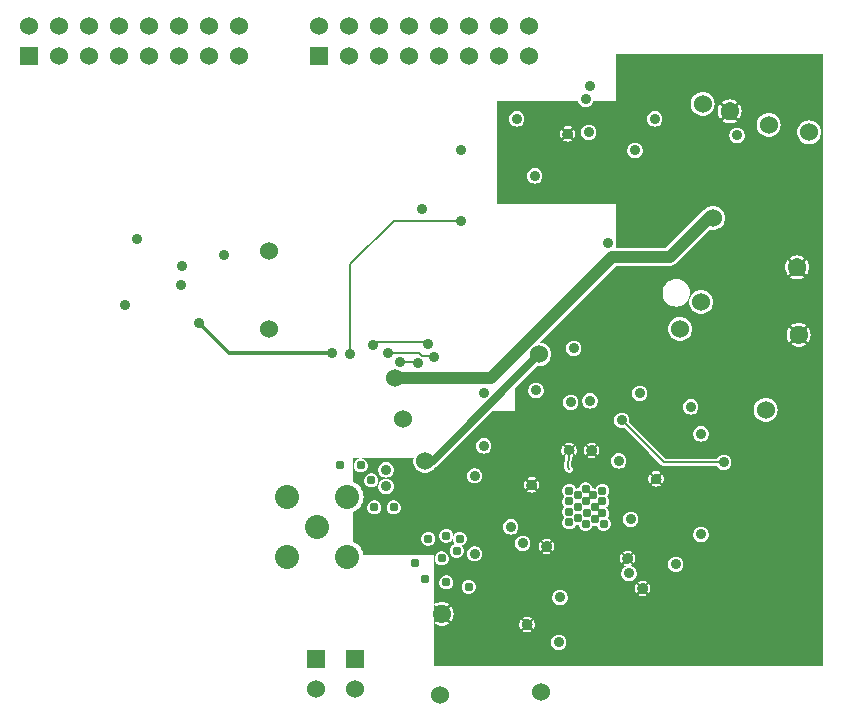
<source format=gbr>
G04 start of page 5 for group 3 idx 2
G04 Title: RX Daughterboard, Vcc *
G04 Creator: pcb-bin 1.99u *
G04 CreationDate: Sun Jan  7 00:01:30 2007 UTC *
G04 For: matt *
G04 Format: Gerber/RS-274X *
G04 PCB-Dimensions: 275000 250000 *
G04 PCB-Coordinate-Origin: lower left *
%MOIN*%
%FSLAX24Y24*%
%LNGROUP3*%
%ADD11C,0.0200*%
%ADD12C,0.0140*%
%ADD13C,0.0080*%
%ADD14C,0.0400*%
%ADD15C,0.0250*%
%ADD16R,0.0600X0.0600*%
%ADD17C,0.0600*%
%ADD18C,0.0800*%
%ADD19C,0.0360*%
%ADD20C,0.0350*%
%ADD21C,0.0600*%
%ADD22C,0.0310*%
%ADD23C,0.0400*%
%ADD24C,0.0580*%
%ADD25C,0.1280*%
%ADD26C,0.0180*%
%ADD27C,0.0150*%
G54D11*G36*
X17000Y8450D02*Y11532D01*
X17550Y12082D01*
Y11660D01*
X17533Y11649D01*
X17501Y11617D01*
X17475Y11579D01*
X17455Y11538D01*
X17444Y11495D01*
X17440Y11450D01*
X17444Y11404D01*
X17455Y11361D01*
X17475Y11320D01*
X17501Y11283D01*
X17533Y11251D01*
X17550Y11239D01*
Y8559D01*
X17504Y8555D01*
X17461Y8544D01*
X17420Y8524D01*
X17397Y8509D01*
X17454Y8451D01*
X17460Y8455D01*
X17488Y8469D01*
X17518Y8477D01*
X17550Y8479D01*
Y8450D01*
X17343D01*
X17341Y8452D01*
X17339Y8450D01*
X17000D01*
G37*
G36*
X17550Y12082D02*X17725Y12257D01*
X17730Y12256D01*
X17800Y12250D01*
X17869Y12256D01*
X17936Y12274D01*
X18000Y12303D01*
X18057Y12343D01*
X18106Y12392D01*
X18146Y12450D01*
X18175Y12513D01*
X18193Y12580D01*
X18199Y12650D01*
X18193Y12719D01*
X18175Y12786D01*
X18146Y12850D01*
X18106Y12907D01*
X18057Y12956D01*
X18000Y12996D01*
X17936Y13025D01*
X17869Y13043D01*
X17816Y13048D01*
X18594Y13826D01*
Y11095D01*
X18594Y11095D01*
X18590Y11050D01*
X18594Y11004D01*
X18594Y11004D01*
Y9599D01*
X18591Y9602D01*
X18575Y9579D01*
X18556Y9538D01*
X18544Y9495D01*
X18540Y9450D01*
X18544Y9404D01*
X18556Y9361D01*
X18575Y9320D01*
X18591Y9297D01*
X18594Y9300D01*
Y8450D01*
X17760D01*
X17759Y8452D01*
X17756Y8450D01*
X17550D01*
Y8479D01*
X17581Y8477D01*
X17611Y8469D01*
X17640Y8455D01*
X17645Y8451D01*
X17702Y8509D01*
X17679Y8524D01*
X17638Y8544D01*
X17595Y8555D01*
X17550Y8559D01*
Y11239D01*
X17570Y11225D01*
X17611Y11205D01*
X17654Y11194D01*
X17700Y11190D01*
X17745Y11194D01*
X17788Y11205D01*
X17829Y11225D01*
X17867Y11251D01*
X17899Y11283D01*
X17925Y11320D01*
X17944Y11361D01*
X17955Y11404D01*
X17959Y11450D01*
X17955Y11495D01*
X17944Y11538D01*
X17925Y11579D01*
X17899Y11617D01*
X17867Y11649D01*
X17829Y11675D01*
X17788Y11694D01*
X17745Y11705D01*
X17700Y11709D01*
X17654Y11705D01*
X17611Y11694D01*
X17570Y11675D01*
X17550Y11660D01*
Y12082D01*
G37*
G36*
X18594Y13826D02*X18791Y14023D01*
Y13055D01*
X18783Y13049D01*
X18751Y13017D01*
X18725Y12979D01*
X18705Y12938D01*
X18694Y12895D01*
X18690Y12850D01*
X18694Y12804D01*
X18705Y12761D01*
X18725Y12720D01*
X18751Y12683D01*
X18783Y12651D01*
X18791Y12645D01*
Y11302D01*
X18761Y11294D01*
X18720Y11275D01*
X18683Y11249D01*
X18651Y11217D01*
X18625Y11179D01*
X18605Y11138D01*
X18594Y11095D01*
Y13826D01*
G37*
G36*
Y11004D02*X18605Y10961D01*
X18625Y10920D01*
X18651Y10883D01*
X18683Y10851D01*
X18720Y10825D01*
X18761Y10805D01*
X18791Y10797D01*
Y9709D01*
X18754Y9705D01*
X18711Y9694D01*
X18670Y9674D01*
X18647Y9659D01*
X18704Y9601D01*
X18710Y9605D01*
X18738Y9619D01*
X18768Y9627D01*
X18791Y9629D01*
Y9419D01*
X18772Y9416D01*
X18752Y9410D01*
X18734Y9400D01*
X18718Y9387D01*
X18704Y9371D01*
X18693Y9354D01*
X18685Y9334D01*
X18681Y9314D01*
X18675Y9269D01*
X18647Y9241D01*
X18670Y9225D01*
X18670Y9224D01*
X18631Y8894D01*
Y8892D01*
X18630Y8890D01*
Y8877D01*
X18630Y8873D01*
X18630Y8872D01*
Y8869D01*
X18632Y8857D01*
X18633Y8852D01*
X18633Y8851D01*
X18634Y8849D01*
X18638Y8838D01*
X18640Y8832D01*
X18640Y8831D01*
X18641Y8829D01*
X18646Y8820D01*
X18649Y8814D01*
X18650Y8813D01*
X18651Y8811D01*
X18658Y8803D01*
X18662Y8798D01*
X18663Y8797D01*
X18665Y8795D01*
X18725Y8735D01*
X18741Y8721D01*
X18759Y8711D01*
X18779Y8704D01*
X18791Y8702D01*
Y8450D01*
X18594D01*
Y9300D01*
X18648Y9354D01*
X18644Y9360D01*
X18630Y9388D01*
X18622Y9418D01*
X18620Y9450D01*
X18622Y9481D01*
X18630Y9511D01*
X18644Y9540D01*
X18648Y9545D01*
X18594Y9599D01*
Y11004D01*
G37*
G36*
X18791Y14023D02*X19005Y14238D01*
Y13103D01*
X18995Y13105D01*
X18950Y13109D01*
X18904Y13105D01*
X18861Y13094D01*
X18820Y13075D01*
X18791Y13055D01*
Y14023D01*
G37*
G36*
X19005Y8450D02*X18791D01*
Y8702D01*
X18799Y8700D01*
X18820D01*
X18841Y8704D01*
X18860Y8711D01*
X18878Y8722D01*
X18894Y8735D01*
X18908Y8751D01*
X18918Y8769D01*
X18925Y8789D01*
X18929Y8809D01*
Y8830D01*
X18925Y8851D01*
X18918Y8870D01*
X18908Y8888D01*
X18894Y8904D01*
X18875Y8923D01*
X18910Y9216D01*
X18929Y9225D01*
X18952Y9241D01*
X18917Y9276D01*
X18918Y9285D01*
X18919Y9306D01*
X18916Y9327D01*
X18910Y9347D01*
X18900Y9365D01*
X18887Y9382D01*
X18871Y9395D01*
X18854Y9406D01*
X18834Y9414D01*
X18814Y9418D01*
X18793Y9419D01*
X18791Y9419D01*
Y9629D01*
X18800Y9629D01*
X18831Y9627D01*
X18861Y9619D01*
X18890Y9605D01*
X18895Y9601D01*
X18952Y9659D01*
X18929Y9674D01*
X18888Y9694D01*
X18845Y9705D01*
X18800Y9709D01*
X18791Y9709D01*
Y10797D01*
X18804Y10794D01*
X18850Y10790D01*
X18895Y10794D01*
X18938Y10805D01*
X18979Y10825D01*
X19005Y10843D01*
Y9599D01*
X18951Y9545D01*
X18955Y9540D01*
X18969Y9511D01*
X18977Y9481D01*
X18979Y9450D01*
X18977Y9418D01*
X18969Y9388D01*
X18955Y9360D01*
X18951Y9354D01*
X19005Y9300D01*
Y8450D01*
G37*
G36*
Y11256D02*X18979Y11275D01*
X18938Y11294D01*
X18895Y11305D01*
X18850Y11309D01*
X18804Y11305D01*
X18791Y11302D01*
Y12645D01*
X18820Y12625D01*
X18861Y12605D01*
X18904Y12594D01*
X18950Y12590D01*
X18995Y12594D01*
X19005Y12597D01*
Y11256D01*
G37*
G36*
Y14238D02*X19344Y14576D01*
Y11306D01*
X19333Y11299D01*
X19301Y11267D01*
X19275Y11229D01*
X19255Y11188D01*
X19244Y11145D01*
X19240Y11100D01*
X19244Y11054D01*
X19255Y11011D01*
X19275Y10970D01*
X19301Y10933D01*
X19333Y10901D01*
X19344Y10893D01*
Y9599D01*
X19341Y9602D01*
X19325Y9579D01*
X19306Y9538D01*
X19294Y9495D01*
X19290Y9450D01*
X19294Y9404D01*
X19306Y9361D01*
X19325Y9320D01*
X19341Y9297D01*
X19344Y9300D01*
Y8450D01*
X19005D01*
Y9300D01*
X19009Y9297D01*
X19024Y9320D01*
X19044Y9361D01*
X19055Y9404D01*
X19059Y9450D01*
X19055Y9495D01*
X19044Y9538D01*
X19024Y9579D01*
X19009Y9602D01*
X19005Y9599D01*
Y10843D01*
X19017Y10851D01*
X19049Y10883D01*
X19075Y10920D01*
X19094Y10961D01*
X19105Y11004D01*
X19109Y11050D01*
X19105Y11095D01*
X19094Y11138D01*
X19075Y11179D01*
X19049Y11217D01*
X19017Y11249D01*
X19005Y11256D01*
Y12597D01*
X19038Y12605D01*
X19079Y12625D01*
X19117Y12651D01*
X19149Y12683D01*
X19175Y12720D01*
X19194Y12761D01*
X19205Y12804D01*
X19209Y12850D01*
X19205Y12895D01*
X19194Y12938D01*
X19175Y12979D01*
X19149Y13017D01*
X19117Y13049D01*
X19079Y13075D01*
X19038Y13094D01*
X19005Y13103D01*
Y14238D01*
G37*
G36*
X19344Y14576D02*X19550Y14782D01*
Y11354D01*
X19545Y11355D01*
X19500Y11359D01*
X19454Y11355D01*
X19411Y11344D01*
X19370Y11325D01*
X19344Y11306D01*
Y14576D01*
G37*
G36*
X19550Y8450D02*X19344D01*
Y9300D01*
X19398Y9354D01*
X19394Y9360D01*
X19380Y9388D01*
X19372Y9418D01*
X19370Y9450D01*
X19372Y9481D01*
X19380Y9511D01*
X19394Y9540D01*
X19398Y9545D01*
X19344Y9599D01*
Y10893D01*
X19370Y10875D01*
X19411Y10855D01*
X19454Y10844D01*
X19500Y10840D01*
X19545Y10844D01*
X19550Y10845D01*
Y9709D01*
X19504Y9705D01*
X19461Y9694D01*
X19420Y9674D01*
X19397Y9659D01*
X19454Y9601D01*
X19460Y9605D01*
X19488Y9619D01*
X19518Y9627D01*
X19550Y9629D01*
Y9270D01*
X19518Y9272D01*
X19488Y9280D01*
X19460Y9294D01*
X19454Y9298D01*
X19397Y9241D01*
X19420Y9225D01*
X19461Y9206D01*
X19504Y9194D01*
X19550Y9190D01*
Y8450D01*
G37*
G36*
Y14782D02*X19755Y14988D01*
Y11145D01*
X19744Y11188D01*
X19725Y11229D01*
X19699Y11267D01*
X19667Y11299D01*
X19629Y11325D01*
X19588Y11344D01*
X19550Y11354D01*
Y14782D01*
G37*
G36*
X19755Y8450D02*X19550D01*
Y9190D01*
X19595Y9194D01*
X19638Y9206D01*
X19679Y9225D01*
X19702Y9241D01*
X19645Y9298D01*
X19640Y9294D01*
X19611Y9280D01*
X19581Y9272D01*
X19550Y9270D01*
Y9629D01*
X19581Y9627D01*
X19611Y9619D01*
X19640Y9605D01*
X19645Y9601D01*
X19702Y9659D01*
X19679Y9674D01*
X19638Y9694D01*
X19595Y9705D01*
X19550Y9709D01*
Y10845D01*
X19588Y10855D01*
X19629Y10875D01*
X19667Y10901D01*
X19699Y10933D01*
X19725Y10970D01*
X19744Y11011D01*
X19755Y11054D01*
Y9599D01*
X19701Y9545D01*
X19705Y9540D01*
X19719Y9511D01*
X19727Y9481D01*
X19729Y9450D01*
X19727Y9418D01*
X19719Y9388D01*
X19705Y9360D01*
X19701Y9354D01*
X19755Y9300D01*
Y8450D01*
G37*
G36*
Y14988D02*X20367Y15600D01*
X20450D01*
Y10688D01*
X20420Y10675D01*
X20383Y10649D01*
X20351Y10617D01*
X20325Y10579D01*
X20305Y10538D01*
X20294Y10495D01*
X20290Y10450D01*
X20294Y10404D01*
X20305Y10361D01*
X20325Y10320D01*
X20351Y10283D01*
X20383Y10251D01*
X20420Y10225D01*
X20450Y10211D01*
Y9359D01*
X20404Y9355D01*
X20361Y9344D01*
X20320Y9325D01*
X20283Y9299D01*
X20251Y9267D01*
X20225Y9229D01*
X20205Y9188D01*
X20194Y9145D01*
X20190Y9100D01*
X20194Y9054D01*
X20205Y9011D01*
X20225Y8970D01*
X20251Y8933D01*
X20283Y8901D01*
X20320Y8875D01*
X20361Y8855D01*
X20404Y8844D01*
X20450Y8840D01*
Y8450D01*
X19755D01*
Y9300D01*
X19759Y9297D01*
X19774Y9320D01*
X19794Y9361D01*
X19805Y9404D01*
X19809Y9450D01*
X19805Y9495D01*
X19794Y9538D01*
X19774Y9579D01*
X19759Y9602D01*
X19755Y9599D01*
Y11054D01*
X19755Y11054D01*
X19759Y11100D01*
X19755Y11145D01*
X19755Y11145D01*
Y14988D01*
G37*
G36*
X20450Y15600D02*X21150D01*
Y11609D01*
X21104Y11605D01*
X21061Y11594D01*
X21020Y11575D01*
X20983Y11549D01*
X20951Y11517D01*
X20925Y11479D01*
X20905Y11438D01*
X20894Y11395D01*
X20890Y11350D01*
X20894Y11304D01*
X20905Y11261D01*
X20925Y11220D01*
X20951Y11183D01*
X20983Y11151D01*
X21020Y11125D01*
X21061Y11105D01*
X21104Y11094D01*
X21150Y11090D01*
Y10019D01*
X20797Y10372D01*
X20805Y10404D01*
X20809Y10450D01*
X20805Y10495D01*
X20794Y10538D01*
X20775Y10579D01*
X20749Y10617D01*
X20717Y10649D01*
X20679Y10675D01*
X20638Y10694D01*
X20595Y10705D01*
X20550Y10709D01*
X20504Y10705D01*
X20461Y10694D01*
X20450Y10688D01*
Y15600D01*
G37*
G36*
X21150D02*X22150D01*
X22164Y15601D01*
X22176D01*
X22187Y15603D01*
X22200Y15604D01*
Y15124D01*
X22143Y15098D01*
X22077Y15052D01*
X22020Y14995D01*
X21974Y14930D01*
X21941Y14857D01*
X21920Y14779D01*
X21913Y14700D01*
X21920Y14620D01*
X21941Y14542D01*
X21974Y14470D01*
X22020Y14404D01*
X22077Y14347D01*
X22143Y14301D01*
X22200Y14275D01*
Y13763D01*
X22193Y13757D01*
X22153Y13699D01*
X22124Y13636D01*
X22106Y13569D01*
X22100Y13500D01*
X22106Y13430D01*
X22124Y13363D01*
X22153Y13300D01*
X22193Y13243D01*
X22200Y13236D01*
Y9169D01*
X21999D01*
X21150Y10019D01*
Y11090D01*
X21195Y11094D01*
X21238Y11105D01*
X21279Y11125D01*
X21317Y11151D01*
X21349Y11183D01*
X21375Y11220D01*
X21394Y11261D01*
X21405Y11304D01*
X21409Y11350D01*
X21405Y11395D01*
X21394Y11438D01*
X21375Y11479D01*
X21349Y11517D01*
X21317Y11549D01*
X21279Y11575D01*
X21238Y11594D01*
X21195Y11605D01*
X21150Y11609D01*
Y15600D01*
G37*
G36*
X20450Y10211D02*X20461Y10205D01*
X20504Y10194D01*
X20550Y10190D01*
X20595Y10194D01*
X20627Y10202D01*
X21865Y8965D01*
X21869Y8961D01*
X21873Y8958D01*
X21877Y8955D01*
X21881Y8951D01*
X21885Y8949D01*
X21890Y8946D01*
X21895Y8943D01*
X21899Y8941D01*
X21904Y8939D01*
X21909Y8937D01*
X21913Y8936D01*
X21919Y8934D01*
X21924Y8933D01*
X21929Y8932D01*
X21934Y8931D01*
X21939Y8930D01*
X21945D01*
X21950Y8930D01*
X22200D01*
Y8450D01*
X21954D01*
X21955Y8454D01*
X21959Y8500D01*
X21955Y8545D01*
X21944Y8588D01*
X21924Y8629D01*
X21909Y8652D01*
X21851Y8595D01*
X21855Y8590D01*
X21869Y8561D01*
X21877Y8531D01*
X21879Y8500D01*
X21877Y8468D01*
X21872Y8450D01*
X21808D01*
X21815Y8469D01*
X21819Y8489D01*
Y8510D01*
X21815Y8531D01*
X21808Y8550D01*
X21798Y8568D01*
X21784Y8584D01*
X21734Y8634D01*
X21718Y8648D01*
X21700Y8658D01*
X21681Y8665D01*
X21660Y8669D01*
X21639D01*
X21638Y8669D01*
X21668Y8677D01*
X21700Y8679D01*
X21731Y8677D01*
X21761Y8669D01*
X21790Y8655D01*
X21795Y8651D01*
X21852Y8709D01*
X21829Y8724D01*
X21788Y8744D01*
X21745Y8755D01*
X21700Y8759D01*
X21654Y8755D01*
X21611Y8744D01*
X21570Y8724D01*
X21547Y8709D01*
X21598Y8657D01*
X21581Y8648D01*
X21565Y8634D01*
X21552Y8618D01*
X21542Y8601D01*
X21491Y8652D01*
X21475Y8629D01*
X21456Y8588D01*
X21444Y8545D01*
X21440Y8500D01*
X21444Y8454D01*
X21445Y8450D01*
X20450D01*
Y8840D01*
X20495Y8844D01*
X20538Y8855D01*
X20579Y8875D01*
X20617Y8901D01*
X20649Y8933D01*
X20675Y8970D01*
X20694Y9011D01*
X20705Y9054D01*
X20709Y9100D01*
X20705Y9145D01*
X20694Y9188D01*
X20675Y9229D01*
X20649Y9267D01*
X20617Y9299D01*
X20579Y9325D01*
X20538Y9344D01*
X20495Y9355D01*
X20450Y9359D01*
Y10211D01*
G37*
G36*
X20797Y10372D02*X20805Y10404D01*
X20809Y10450D01*
X20805Y10495D01*
X20794Y10538D01*
X20775Y10579D01*
X20749Y10617D01*
X20717Y10649D01*
X20679Y10675D01*
X20638Y10694D01*
X20595Y10705D01*
X20550Y10709D01*
X20504Y10705D01*
X20461Y10694D01*
X20420Y10675D01*
X20383Y10649D01*
X20351Y10617D01*
X20350Y10615D01*
Y15582D01*
X20367Y15600D01*
X21150D01*
Y11609D01*
X21104Y11605D01*
X21061Y11594D01*
X21020Y11575D01*
X20983Y11549D01*
X20951Y11517D01*
X20925Y11479D01*
X20905Y11438D01*
X20894Y11395D01*
X20890Y11350D01*
X20894Y11304D01*
X20905Y11261D01*
X20925Y11220D01*
X20951Y11183D01*
X20983Y11151D01*
X21020Y11125D01*
X21061Y11105D01*
X21104Y11094D01*
X21150Y11090D01*
Y10050D01*
X21119D01*
X20797Y10372D01*
G37*
G36*
X21150Y15600D02*X22150D01*
X22164Y15601D01*
X22176D01*
X22187Y15603D01*
X22202Y15604D01*
X22215Y15608D01*
X22227Y15610D01*
X22239Y15614D01*
X22252Y15618D01*
X22265Y15624D01*
X22276Y15628D01*
X22287Y15634D01*
X22299Y15640D01*
X22311Y15648D01*
X22321Y15654D01*
X22330Y15662D01*
X22342Y15670D01*
X22353Y15680D01*
X22361Y15688D01*
X22373Y15699D01*
Y15160D01*
X22293Y15153D01*
X22216Y15132D01*
X22143Y15098D01*
X22077Y15052D01*
X22020Y14995D01*
X21974Y14930D01*
X21941Y14857D01*
X21920Y14779D01*
X21913Y14700D01*
X21920Y14620D01*
X21941Y14542D01*
X21974Y14470D01*
X22020Y14404D01*
X22077Y14347D01*
X22143Y14301D01*
X22216Y14267D01*
X22293Y14247D01*
X22373Y14240D01*
Y13878D01*
X22363Y13875D01*
X22300Y13846D01*
X22243Y13806D01*
X22193Y13757D01*
X22153Y13699D01*
X22124Y13636D01*
X22106Y13569D01*
X22100Y13500D01*
X22106Y13430D01*
X22124Y13363D01*
X22153Y13300D01*
X22193Y13243D01*
X22243Y13193D01*
X22300Y13153D01*
X22363Y13124D01*
X22373Y13121D01*
Y10050D01*
X21150D01*
Y11090D01*
X21195Y11094D01*
X21238Y11105D01*
X21279Y11125D01*
X21317Y11151D01*
X21349Y11183D01*
X21375Y11220D01*
X21394Y11261D01*
X21405Y11304D01*
X21409Y11350D01*
X21405Y11395D01*
X21394Y11438D01*
X21375Y11479D01*
X21349Y11517D01*
X21317Y11549D01*
X21279Y11575D01*
X21238Y11594D01*
X21195Y11605D01*
X21150Y11609D01*
Y15600D01*
G37*
G36*
X21000Y16199D02*X20350D01*
Y16283D01*
X20355Y16304D01*
X20359Y16350D01*
X20355Y16395D01*
X20350Y16417D01*
Y22650D01*
X21000D01*
Y19709D01*
X20954Y19705D01*
X20911Y19694D01*
X20870Y19675D01*
X20833Y19649D01*
X20801Y19617D01*
X20775Y19579D01*
X20755Y19538D01*
X20744Y19495D01*
X20740Y19450D01*
X20744Y19404D01*
X20755Y19361D01*
X20775Y19320D01*
X20801Y19283D01*
X20833Y19251D01*
X20870Y19225D01*
X20911Y19205D01*
X20954Y19194D01*
X21000Y19190D01*
Y16199D01*
G37*
G36*
X21650D02*X21000D01*
Y19190D01*
X21045Y19194D01*
X21088Y19205D01*
X21129Y19225D01*
X21167Y19251D01*
X21199Y19283D01*
X21225Y19320D01*
X21244Y19361D01*
X21255Y19404D01*
X21259Y19450D01*
X21255Y19495D01*
X21244Y19538D01*
X21225Y19579D01*
X21199Y19617D01*
X21167Y19649D01*
X21129Y19675D01*
X21088Y19694D01*
X21045Y19705D01*
X21000Y19709D01*
Y22650D01*
X21650D01*
Y20759D01*
X21604Y20755D01*
X21561Y20744D01*
X21520Y20725D01*
X21483Y20699D01*
X21451Y20667D01*
X21425Y20629D01*
X21405Y20588D01*
X21394Y20545D01*
X21390Y20500D01*
X21394Y20454D01*
X21405Y20411D01*
X21425Y20370D01*
X21451Y20333D01*
X21483Y20301D01*
X21520Y20275D01*
X21561Y20255D01*
X21604Y20244D01*
X21650Y20240D01*
Y16199D01*
G37*
G36*
X22373Y16547D02*X22025Y16199D01*
X21650D01*
Y20240D01*
X21695Y20244D01*
X21738Y20255D01*
X21779Y20275D01*
X21817Y20301D01*
X21849Y20333D01*
X21875Y20370D01*
X21894Y20411D01*
X21905Y20454D01*
X21909Y20500D01*
X21905Y20545D01*
X21894Y20588D01*
X21875Y20629D01*
X21849Y20667D01*
X21817Y20699D01*
X21779Y20725D01*
X21738Y20744D01*
X21695Y20755D01*
X21650Y20759D01*
Y22650D01*
X22373D01*
Y16547D01*
G37*
G36*
Y15699D02*X22850Y16176D01*
Y14592D01*
X22824Y14536D01*
X22806Y14469D01*
X22800Y14400D01*
X22806Y14330D01*
X22824Y14263D01*
X22850Y14207D01*
Y13691D01*
X22846Y13699D01*
X22806Y13757D01*
X22757Y13806D01*
X22699Y13846D01*
X22636Y13875D01*
X22569Y13893D01*
X22500Y13899D01*
X22430Y13893D01*
X22373Y13878D01*
Y14240D01*
X22453Y14247D01*
X22530Y14267D01*
X22603Y14301D01*
X22669Y14347D01*
X22725Y14404D01*
X22771Y14470D01*
X22805Y14542D01*
X22826Y14620D01*
X22833Y14700D01*
X22826Y14779D01*
X22805Y14857D01*
X22771Y14930D01*
X22725Y14995D01*
X22669Y15052D01*
X22603Y15098D01*
X22530Y15132D01*
X22453Y15153D01*
X22373Y15160D01*
Y15699D01*
G37*
G36*
X22850Y10050D02*X22373D01*
Y13121D01*
X22430Y13106D01*
X22500Y13100D01*
X22569Y13106D01*
X22636Y13124D01*
X22699Y13153D01*
X22757Y13193D01*
X22806Y13243D01*
X22846Y13300D01*
X22850Y13308D01*
Y11159D01*
X22804Y11155D01*
X22761Y11144D01*
X22720Y11125D01*
X22683Y11099D01*
X22651Y11067D01*
X22625Y11029D01*
X22605Y10988D01*
X22594Y10945D01*
X22590Y10900D01*
X22594Y10854D01*
X22605Y10811D01*
X22625Y10770D01*
X22651Y10733D01*
X22683Y10701D01*
X22720Y10675D01*
X22761Y10655D01*
X22804Y10644D01*
X22850Y10640D01*
Y10050D01*
G37*
G36*
Y16176D02*X23200Y16526D01*
Y14799D01*
X23130Y14793D01*
X23063Y14775D01*
X23000Y14746D01*
X22942Y14706D01*
X22893Y14657D01*
X22853Y14600D01*
X22850Y14592D01*
Y16176D01*
G37*
G36*
Y14207D02*X22853Y14200D01*
X22893Y14142D01*
X22942Y14093D01*
X23000Y14053D01*
X23063Y14024D01*
X23130Y14006D01*
X23200Y14000D01*
Y10259D01*
X23154Y10255D01*
X23111Y10244D01*
X23070Y10225D01*
X23033Y10199D01*
X23001Y10167D01*
X22975Y10129D01*
X22955Y10088D01*
X22945Y10050D01*
X22850D01*
Y10640D01*
X22895Y10644D01*
X22938Y10655D01*
X22979Y10675D01*
X23017Y10701D01*
X23049Y10733D01*
X23075Y10770D01*
X23094Y10811D01*
X23105Y10854D01*
X23109Y10900D01*
X23105Y10945D01*
X23094Y10988D01*
X23075Y11029D01*
X23049Y11067D01*
X23017Y11099D01*
X22979Y11125D01*
X22938Y11144D01*
X22895Y11155D01*
X22850Y11159D01*
Y13308D01*
X22875Y13363D01*
X22893Y13430D01*
X22899Y13500D01*
X22893Y13569D01*
X22875Y13636D01*
X22850Y13691D01*
Y14207D01*
G37*
G36*
X23200Y17374D02*X22373Y16547D01*
Y22650D01*
X23200D01*
Y21395D01*
X23180Y21393D01*
X23113Y21375D01*
X23050Y21346D01*
X22992Y21306D01*
X22943Y21257D01*
X22903Y21200D01*
X22874Y21136D01*
X22856Y21069D01*
X22850Y21000D01*
X22856Y20930D01*
X22874Y20863D01*
X22903Y20800D01*
X22943Y20742D01*
X22992Y20693D01*
X23050Y20653D01*
X23113Y20624D01*
X23180Y20606D01*
X23200Y20604D01*
Y17374D01*
G37*
G36*
Y16526D02*X23490Y16817D01*
X23530Y16806D01*
X23600Y16800D01*
X23669Y16806D01*
X23736Y16824D01*
X23799Y16853D01*
X23828Y16873D01*
Y10050D01*
X23454D01*
X23444Y10088D01*
X23425Y10129D01*
X23399Y10167D01*
X23367Y10199D01*
X23329Y10225D01*
X23288Y10244D01*
X23245Y10255D01*
X23200Y10259D01*
Y14000D01*
X23269Y14006D01*
X23336Y14024D01*
X23400Y14053D01*
X23457Y14093D01*
X23506Y14142D01*
X23546Y14200D01*
X23575Y14263D01*
X23593Y14330D01*
X23599Y14400D01*
X23593Y14469D01*
X23575Y14536D01*
X23546Y14600D01*
X23506Y14657D01*
X23457Y14706D01*
X23400Y14746D01*
X23336Y14775D01*
X23269Y14793D01*
X23200Y14799D01*
Y16526D01*
G37*
G36*
X23828Y17526D02*X23799Y17546D01*
X23736Y17575D01*
X23669Y17593D01*
X23600Y17599D01*
X23530Y17593D01*
X23463Y17575D01*
X23400Y17546D01*
X23343Y17506D01*
X23293Y17457D01*
X23291Y17453D01*
X23290Y17452D01*
X23278Y17445D01*
X23267Y17436D01*
X23257Y17429D01*
X23248Y17420D01*
X23238Y17412D01*
X23200Y17374D01*
Y20604D01*
X23250Y20600D01*
X23319Y20606D01*
X23386Y20624D01*
X23450Y20653D01*
X23507Y20693D01*
X23556Y20742D01*
X23596Y20800D01*
X23625Y20863D01*
X23643Y20930D01*
X23649Y21000D01*
X23643Y21069D01*
X23625Y21136D01*
X23596Y21200D01*
X23556Y21257D01*
X23507Y21306D01*
X23450Y21346D01*
X23386Y21375D01*
X23319Y21393D01*
X23250Y21399D01*
X23200Y21395D01*
Y22650D01*
X23828D01*
Y20985D01*
X23803Y20949D01*
X23774Y20886D01*
X23756Y20819D01*
X23750Y20750D01*
X23756Y20680D01*
X23774Y20613D01*
X23803Y20550D01*
X23828Y20514D01*
Y17526D01*
G37*
G36*
Y16873D02*X23857Y16893D01*
X23906Y16943D01*
X23946Y17000D01*
X23975Y17063D01*
X23993Y17130D01*
X23999Y17200D01*
X23993Y17269D01*
X23975Y17336D01*
X23946Y17399D01*
X23906Y17457D01*
X23857Y17506D01*
X23828Y17526D01*
Y20514D01*
X23835Y20505D01*
X23906Y20577D01*
X23890Y20600D01*
X23868Y20647D01*
X23854Y20697D01*
X23850Y20750D01*
X23854Y20802D01*
X23868Y20852D01*
X23890Y20900D01*
X23906Y20923D01*
X23835Y20994D01*
X23828Y20985D01*
Y22650D01*
X24150D01*
Y21149D01*
X24080Y21143D01*
X24013Y21125D01*
X23950Y21096D01*
X23905Y21065D01*
X23977Y20993D01*
X24000Y21009D01*
X24047Y21031D01*
X24097Y21045D01*
X24150Y21049D01*
Y20450D01*
X24097Y20454D01*
X24047Y20468D01*
X24000Y20490D01*
X23977Y20506D01*
X23905Y20435D01*
X23950Y20403D01*
X24013Y20374D01*
X24080Y20356D01*
X24150Y20350D01*
Y20017D01*
X24144Y19995D01*
X24140Y19950D01*
X24144Y19904D01*
X24150Y19883D01*
Y10050D01*
X23828D01*
Y16873D01*
G37*
G36*
X24150Y22650D02*X24400D01*
Y20929D01*
X24393Y20923D01*
X24400Y20913D01*
Y20586D01*
X24393Y20577D01*
X24400Y20570D01*
Y20209D01*
X24354Y20205D01*
X24311Y20194D01*
X24270Y20175D01*
X24233Y20149D01*
X24201Y20117D01*
X24175Y20079D01*
X24155Y20038D01*
X24150Y20017D01*
Y20350D01*
X24219Y20356D01*
X24286Y20374D01*
X24349Y20403D01*
X24394Y20435D01*
X24323Y20506D01*
X24300Y20490D01*
X24252Y20468D01*
X24202Y20454D01*
X24150Y20450D01*
Y21049D01*
X24202Y21045D01*
X24252Y21031D01*
X24300Y21009D01*
X24323Y20993D01*
X24394Y21065D01*
X24349Y21096D01*
X24286Y21125D01*
X24219Y21143D01*
X24150Y21149D01*
Y22650D01*
G37*
G36*
Y19883D02*X24155Y19861D01*
X24175Y19820D01*
X24201Y19783D01*
X24233Y19751D01*
X24270Y19725D01*
X24311Y19705D01*
X24354Y19694D01*
X24400Y19690D01*
Y10050D01*
X24150D01*
Y19883D01*
G37*
G36*
X24400Y22650D02*X25350D01*
Y20685D01*
X25313Y20675D01*
X25250Y20646D01*
X25193Y20606D01*
X25143Y20557D01*
X25103Y20499D01*
X25074Y20436D01*
X25056Y20369D01*
X25050Y20300D01*
X25056Y20230D01*
X25074Y20163D01*
X25103Y20100D01*
X25143Y20043D01*
X25193Y19993D01*
X25250Y19953D01*
X25313Y19924D01*
X25350Y19914D01*
Y11199D01*
X25280Y11193D01*
X25213Y11175D01*
X25150Y11146D01*
X25093Y11106D01*
X25043Y11057D01*
X25003Y10999D01*
X24974Y10936D01*
X24956Y10869D01*
X24950Y10800D01*
X24956Y10730D01*
X24974Y10663D01*
X25003Y10600D01*
X25043Y10543D01*
X25093Y10493D01*
X25150Y10453D01*
X25213Y10424D01*
X25280Y10406D01*
X25350Y10400D01*
Y10050D01*
X24400D01*
Y19690D01*
X24445Y19694D01*
X24488Y19705D01*
X24529Y19725D01*
X24567Y19751D01*
X24599Y19783D01*
X24625Y19820D01*
X24644Y19861D01*
X24655Y19904D01*
X24659Y19950D01*
X24655Y19995D01*
X24644Y20038D01*
X24625Y20079D01*
X24599Y20117D01*
X24567Y20149D01*
X24529Y20175D01*
X24488Y20194D01*
X24445Y20205D01*
X24400Y20209D01*
Y20570D01*
X24465Y20505D01*
X24496Y20550D01*
X24525Y20613D01*
X24543Y20680D01*
X24549Y20750D01*
X24543Y20819D01*
X24525Y20886D01*
X24496Y20949D01*
X24465Y20994D01*
X24400Y20929D01*
Y22650D01*
G37*
G36*
Y20913D02*X24409Y20900D01*
X24431Y20852D01*
X24445Y20802D01*
X24449Y20750D01*
X24445Y20697D01*
X24431Y20647D01*
X24409Y20600D01*
X24400Y20586D01*
Y20913D01*
G37*
G36*
X25350Y22650D02*X26078D01*
Y15785D01*
X26053Y15749D01*
X26024Y15686D01*
X26006Y15619D01*
X26000Y15550D01*
X26006Y15480D01*
X26024Y15413D01*
X26053Y15350D01*
X26078Y15315D01*
Y13445D01*
X26074Y13436D01*
X26056Y13369D01*
X26050Y13300D01*
X26056Y13230D01*
X26074Y13163D01*
X26078Y13154D01*
Y10050D01*
X25350D01*
Y10400D01*
X25419Y10406D01*
X25486Y10424D01*
X25549Y10453D01*
X25607Y10493D01*
X25656Y10543D01*
X25696Y10600D01*
X25725Y10663D01*
X25743Y10730D01*
X25749Y10800D01*
X25743Y10869D01*
X25725Y10936D01*
X25696Y10999D01*
X25656Y11057D01*
X25607Y11106D01*
X25549Y11146D01*
X25486Y11175D01*
X25419Y11193D01*
X25350Y11199D01*
Y19914D01*
X25380Y19906D01*
X25450Y19900D01*
X25519Y19906D01*
X25586Y19924D01*
X25649Y19953D01*
X25707Y19993D01*
X25756Y20043D01*
X25796Y20100D01*
X25825Y20163D01*
X25843Y20230D01*
X25849Y20300D01*
X25843Y20369D01*
X25825Y20436D01*
X25796Y20499D01*
X25756Y20557D01*
X25707Y20606D01*
X25649Y20646D01*
X25586Y20675D01*
X25519Y20693D01*
X25450Y20699D01*
X25380Y20693D01*
X25350Y20685D01*
Y22650D01*
G37*
G36*
X26078D02*X26400D01*
Y15949D01*
X26330Y15943D01*
X26263Y15925D01*
X26200Y15896D01*
X26155Y15865D01*
X26227Y15793D01*
X26250Y15809D01*
X26297Y15831D01*
X26347Y15845D01*
X26400Y15849D01*
Y15250D01*
X26347Y15254D01*
X26297Y15268D01*
X26250Y15290D01*
X26227Y15306D01*
X26155Y15235D01*
X26200Y15203D01*
X26263Y15174D01*
X26330Y15156D01*
X26400Y15150D01*
Y13695D01*
X26380Y13693D01*
X26313Y13675D01*
X26250Y13646D01*
X26205Y13615D01*
X26277Y13543D01*
X26300Y13559D01*
X26347Y13581D01*
X26397Y13595D01*
X26400Y13595D01*
Y13004D01*
X26397Y13004D01*
X26347Y13018D01*
X26300Y13040D01*
X26277Y13056D01*
X26205Y12985D01*
X26250Y12953D01*
X26313Y12924D01*
X26380Y12906D01*
X26400Y12904D01*
Y10050D01*
X26078D01*
Y13154D01*
X26103Y13100D01*
X26135Y13055D01*
X26206Y13127D01*
X26190Y13150D01*
X26168Y13197D01*
X26154Y13247D01*
X26150Y13300D01*
X26154Y13352D01*
X26168Y13402D01*
X26190Y13450D01*
X26206Y13473D01*
X26135Y13544D01*
X26103Y13499D01*
X26078Y13445D01*
Y15315D01*
X26085Y15305D01*
X26156Y15377D01*
X26140Y15400D01*
X26118Y15447D01*
X26104Y15497D01*
X26100Y15550D01*
X26104Y15602D01*
X26118Y15652D01*
X26140Y15700D01*
X26156Y15723D01*
X26085Y15794D01*
X26078Y15785D01*
Y22650D01*
G37*
G36*
X26400D02*X26721D01*
Y20441D01*
X26663Y20425D01*
X26600Y20396D01*
X26543Y20356D01*
X26493Y20307D01*
X26453Y20249D01*
X26424Y20186D01*
X26406Y20119D01*
X26400Y20050D01*
X26406Y19980D01*
X26424Y19913D01*
X26453Y19850D01*
X26493Y19793D01*
X26543Y19743D01*
X26600Y19703D01*
X26663Y19674D01*
X26721Y19658D01*
Y15784D01*
X26715Y15794D01*
X26643Y15723D01*
X26659Y15700D01*
X26681Y15652D01*
X26695Y15602D01*
X26699Y15550D01*
X26695Y15497D01*
X26681Y15447D01*
X26659Y15400D01*
X26643Y15377D01*
X26715Y15305D01*
X26721Y15315D01*
Y13501D01*
X26693Y13473D01*
X26709Y13450D01*
X26721Y13424D01*
Y13175D01*
X26709Y13150D01*
X26693Y13127D01*
X26721Y13098D01*
Y10050D01*
X26400D01*
Y12904D01*
X26450Y12900D01*
X26519Y12906D01*
X26586Y12924D01*
X26649Y12953D01*
X26694Y12985D01*
X26623Y13056D01*
X26600Y13040D01*
X26552Y13018D01*
X26502Y13004D01*
X26450Y13000D01*
X26400Y13004D01*
Y13595D01*
X26450Y13599D01*
X26502Y13595D01*
X26552Y13581D01*
X26600Y13559D01*
X26623Y13543D01*
X26694Y13615D01*
X26649Y13646D01*
X26586Y13675D01*
X26519Y13693D01*
X26450Y13699D01*
X26400Y13695D01*
Y15150D01*
X26469Y15156D01*
X26536Y15174D01*
X26599Y15203D01*
X26644Y15235D01*
X26573Y15306D01*
X26550Y15290D01*
X26502Y15268D01*
X26452Y15254D01*
X26400Y15250D01*
Y15849D01*
X26452Y15845D01*
X26502Y15831D01*
X26550Y15809D01*
X26573Y15793D01*
X26644Y15865D01*
X26599Y15896D01*
X26536Y15925D01*
X26469Y15943D01*
X26400Y15949D01*
Y22650D01*
G37*
G36*
X26721D02*X27250D01*
Y10050D01*
X26721D01*
Y13098D01*
X26765Y13055D01*
X26796Y13100D01*
X26825Y13163D01*
X26843Y13230D01*
X26849Y13300D01*
X26843Y13369D01*
X26825Y13436D01*
X26796Y13499D01*
X26765Y13544D01*
X26721Y13501D01*
Y15315D01*
X26746Y15350D01*
X26775Y15413D01*
X26793Y15480D01*
X26799Y15550D01*
X26793Y15619D01*
X26775Y15686D01*
X26746Y15749D01*
X26721Y15784D01*
Y19658D01*
X26730Y19656D01*
X26800Y19650D01*
X26869Y19656D01*
X26936Y19674D01*
X26999Y19703D01*
X27057Y19743D01*
X27106Y19793D01*
X27146Y19850D01*
X27175Y19913D01*
X27193Y19980D01*
X27199Y20050D01*
X27193Y20119D01*
X27175Y20186D01*
X27146Y20249D01*
X27106Y20307D01*
X27057Y20356D01*
X26999Y20396D01*
X26936Y20425D01*
X26869Y20443D01*
X26800Y20449D01*
X26730Y20443D01*
X26721Y20441D01*
Y22650D01*
G37*
G36*
Y13424D02*X26731Y13402D01*
X26745Y13352D01*
X26749Y13300D01*
X26745Y13247D01*
X26731Y13197D01*
X26721Y13175D01*
Y13424D01*
G37*
G36*
X11850Y6212D02*X11821Y6253D01*
X11753Y6321D01*
X11675Y6376D01*
X11600Y6411D01*
Y7388D01*
X11675Y7423D01*
X11753Y7478D01*
X11821Y7546D01*
X11850Y7587D01*
Y6212D01*
G37*
G36*
Y8212D02*X11821Y8253D01*
X11753Y8321D01*
X11675Y8376D01*
X11600Y8411D01*
Y9200D01*
X11850D01*
Y9184D01*
X11809Y9181D01*
X11769Y9170D01*
X11732Y9153D01*
X11699Y9129D01*
X11670Y9100D01*
X11646Y9067D01*
X11629Y9030D01*
X11618Y8990D01*
X11615Y8950D01*
X11618Y8909D01*
X11629Y8869D01*
X11646Y8832D01*
X11670Y8799D01*
X11699Y8770D01*
X11732Y8746D01*
X11769Y8729D01*
X11809Y8718D01*
X11850Y8715D01*
Y8212D01*
G37*
G36*
X12200Y5950D02*X11945D01*
X11941Y5995D01*
X11916Y6088D01*
X11876Y6175D01*
X11850Y6212D01*
Y7587D01*
X11876Y7625D01*
X11916Y7711D01*
X11941Y7804D01*
X11950Y7900D01*
X11941Y7995D01*
X11916Y8088D01*
X11876Y8175D01*
X11850Y8212D01*
Y8715D01*
X11890Y8718D01*
X11930Y8729D01*
X11967Y8746D01*
X12000Y8770D01*
X12029Y8799D01*
X12053Y8832D01*
X12070Y8869D01*
X12081Y8909D01*
X12084Y8950D01*
X12081Y8990D01*
X12070Y9030D01*
X12053Y9067D01*
X12029Y9100D01*
X12000Y9129D01*
X11967Y9153D01*
X11930Y9170D01*
X11890Y9181D01*
X11850Y9184D01*
Y9200D01*
X12200D01*
Y8684D01*
X12159Y8681D01*
X12119Y8670D01*
X12082Y8653D01*
X12049Y8629D01*
X12020Y8600D01*
X11996Y8567D01*
X11979Y8530D01*
X11968Y8490D01*
X11965Y8450D01*
X11968Y8409D01*
X11979Y8369D01*
X11996Y8332D01*
X12020Y8299D01*
X12049Y8270D01*
X12082Y8246D01*
X12119Y8229D01*
X12159Y8218D01*
X12200Y8215D01*
Y7761D01*
X12182Y7753D01*
X12149Y7729D01*
X12120Y7700D01*
X12096Y7667D01*
X12079Y7630D01*
X12068Y7590D01*
X12065Y7550D01*
X12068Y7509D01*
X12079Y7469D01*
X12096Y7432D01*
X12120Y7399D01*
X12149Y7370D01*
X12182Y7346D01*
X12200Y7338D01*
Y5950D01*
G37*
G36*
X12950D02*X12200D01*
Y7338D01*
X12219Y7329D01*
X12259Y7318D01*
X12300Y7315D01*
X12340Y7318D01*
X12380Y7329D01*
X12417Y7346D01*
X12450Y7370D01*
X12479Y7399D01*
X12503Y7432D01*
X12520Y7469D01*
X12531Y7509D01*
X12534Y7550D01*
X12531Y7590D01*
X12520Y7630D01*
X12503Y7667D01*
X12479Y7700D01*
X12450Y7729D01*
X12417Y7753D01*
X12380Y7770D01*
X12340Y7781D01*
X12300Y7784D01*
X12259Y7781D01*
X12219Y7770D01*
X12200Y7761D01*
Y8215D01*
X12240Y8218D01*
X12280Y8229D01*
X12317Y8246D01*
X12350Y8270D01*
X12379Y8299D01*
X12403Y8332D01*
X12420Y8369D01*
X12431Y8409D01*
X12434Y8450D01*
X12431Y8490D01*
X12420Y8530D01*
X12403Y8567D01*
X12379Y8600D01*
X12350Y8629D01*
X12317Y8653D01*
X12280Y8670D01*
X12240Y8681D01*
X12200Y8684D01*
Y9200D01*
X12950D01*
Y8867D01*
X12944Y8888D01*
X12925Y8929D01*
X12899Y8967D01*
X12867Y8999D01*
X12829Y9025D01*
X12788Y9044D01*
X12745Y9055D01*
X12700Y9059D01*
X12654Y9055D01*
X12611Y9044D01*
X12570Y9025D01*
X12533Y8999D01*
X12501Y8967D01*
X12475Y8929D01*
X12455Y8888D01*
X12444Y8845D01*
X12440Y8800D01*
X12444Y8754D01*
X12455Y8711D01*
X12475Y8670D01*
X12501Y8633D01*
X12533Y8601D01*
X12570Y8575D01*
X12611Y8555D01*
X12654Y8544D01*
X12700Y8540D01*
X12745Y8544D01*
X12788Y8555D01*
X12829Y8575D01*
X12867Y8601D01*
X12899Y8633D01*
X12925Y8670D01*
X12944Y8711D01*
X12950Y8733D01*
Y8317D01*
X12944Y8338D01*
X12925Y8379D01*
X12899Y8417D01*
X12867Y8449D01*
X12829Y8475D01*
X12788Y8494D01*
X12745Y8505D01*
X12700Y8509D01*
X12654Y8505D01*
X12611Y8494D01*
X12570Y8475D01*
X12533Y8449D01*
X12501Y8417D01*
X12475Y8379D01*
X12455Y8338D01*
X12444Y8295D01*
X12440Y8250D01*
X12444Y8204D01*
X12455Y8161D01*
X12475Y8120D01*
X12501Y8083D01*
X12533Y8051D01*
X12570Y8025D01*
X12611Y8005D01*
X12654Y7994D01*
X12700Y7990D01*
X12745Y7994D01*
X12788Y8005D01*
X12829Y8025D01*
X12867Y8051D01*
X12899Y8083D01*
X12925Y8120D01*
X12944Y8161D01*
X12950Y8183D01*
Y7784D01*
X12909Y7781D01*
X12869Y7770D01*
X12832Y7753D01*
X12799Y7729D01*
X12770Y7700D01*
X12746Y7667D01*
X12729Y7630D01*
X12718Y7590D01*
X12715Y7550D01*
X12718Y7509D01*
X12729Y7469D01*
X12746Y7432D01*
X12770Y7399D01*
X12799Y7370D01*
X12832Y7346D01*
X12869Y7329D01*
X12909Y7318D01*
X12950Y7315D01*
Y5950D01*
G37*
G36*
X14100D02*X12950D01*
Y7315D01*
X12990Y7318D01*
X13030Y7329D01*
X13067Y7346D01*
X13100Y7370D01*
X13129Y7399D01*
X13153Y7432D01*
X13170Y7469D01*
X13181Y7509D01*
X13184Y7550D01*
X13181Y7590D01*
X13170Y7630D01*
X13153Y7667D01*
X13129Y7700D01*
X13100Y7729D01*
X13067Y7753D01*
X13030Y7770D01*
X12990Y7781D01*
X12950Y7784D01*
Y8183D01*
X12955Y8204D01*
X12959Y8250D01*
X12955Y8295D01*
X12950Y8317D01*
Y8733D01*
X12955Y8754D01*
X12959Y8800D01*
X12955Y8845D01*
X12950Y8867D01*
Y9200D01*
X13614D01*
X13606Y9169D01*
X13600Y9100D01*
X13606Y9030D01*
X13624Y8963D01*
X13653Y8900D01*
X13693Y8842D01*
X13742Y8793D01*
X13800Y8753D01*
X13863Y8724D01*
X13930Y8706D01*
X14000Y8700D01*
X14069Y8706D01*
X14100Y8714D01*
Y6734D01*
X14059Y6731D01*
X14019Y6720D01*
X13982Y6703D01*
X13949Y6679D01*
X13920Y6650D01*
X13896Y6617D01*
X13879Y6580D01*
X13868Y6540D01*
X13865Y6500D01*
X13868Y6459D01*
X13879Y6419D01*
X13896Y6382D01*
X13920Y6349D01*
X13949Y6320D01*
X13982Y6296D01*
X14019Y6279D01*
X14059Y6268D01*
X14100Y6265D01*
Y5950D01*
G37*
G36*
X14600Y9132D02*Y6811D01*
X14582Y6803D01*
X14549Y6779D01*
X14520Y6750D01*
X14496Y6717D01*
X14479Y6680D01*
X14468Y6640D01*
X14465Y6600D01*
X14468Y6559D01*
X14479Y6519D01*
X14496Y6482D01*
X14520Y6449D01*
X14549Y6420D01*
X14582Y6396D01*
X14600Y6388D01*
Y6078D01*
X14590Y6081D01*
X14550Y6084D01*
X14509Y6081D01*
X14469Y6070D01*
X14432Y6053D01*
X14399Y6029D01*
X14370Y6000D01*
X14346Y5967D01*
X14338Y5950D01*
X14100D01*
Y6265D01*
X14140Y6268D01*
X14180Y6279D01*
X14217Y6296D01*
X14250Y6320D01*
X14279Y6349D01*
X14303Y6382D01*
X14320Y6419D01*
X14331Y6459D01*
X14334Y6500D01*
X14331Y6540D01*
X14320Y6580D01*
X14303Y6617D01*
X14279Y6650D01*
X14250Y6679D01*
X14217Y6703D01*
X14180Y6720D01*
X14140Y6731D01*
X14100Y6734D01*
Y8714D01*
X14136Y8724D01*
X14200Y8753D01*
X14257Y8793D01*
X14306Y8842D01*
X14343Y8895D01*
X14345Y8896D01*
X14346Y8896D01*
X14348Y8897D01*
X14368Y8909D01*
X14379Y8915D01*
X14380Y8916D01*
X14382Y8917D01*
X14399Y8933D01*
X14409Y8941D01*
X14411Y8943D01*
X14411Y8943D01*
X14412Y8944D01*
X14600Y9132D01*
G37*
G36*
X14300Y2250D02*Y3820D01*
X14306Y3827D01*
X14300Y3836D01*
Y4163D01*
X14306Y4173D01*
X14300Y4179D01*
Y6377D01*
X14303Y6382D01*
X14320Y6419D01*
X14331Y6459D01*
X14334Y6500D01*
X14331Y6540D01*
X14320Y6580D01*
X14303Y6617D01*
X14300Y6622D01*
Y8836D01*
X14306Y8842D01*
X14343Y8895D01*
X14345Y8896D01*
X14346Y8896D01*
X14348Y8897D01*
X14368Y8909D01*
X14379Y8915D01*
X14380Y8916D01*
X14382Y8917D01*
X14399Y8933D01*
X14409Y8941D01*
X14411Y8943D01*
X14411Y8943D01*
X14412Y8944D01*
X14550Y9082D01*
Y6780D01*
X14549Y6779D01*
X14520Y6750D01*
X14496Y6717D01*
X14479Y6680D01*
X14468Y6640D01*
X14465Y6600D01*
X14468Y6559D01*
X14479Y6519D01*
X14496Y6482D01*
X14520Y6449D01*
X14549Y6420D01*
X14550Y6419D01*
Y6084D01*
X14509Y6081D01*
X14469Y6070D01*
X14432Y6053D01*
X14399Y6029D01*
X14370Y6000D01*
X14346Y5967D01*
X14329Y5930D01*
X14318Y5890D01*
X14315Y5850D01*
X14318Y5809D01*
X14329Y5769D01*
X14346Y5732D01*
X14370Y5699D01*
X14399Y5670D01*
X14432Y5646D01*
X14469Y5629D01*
X14509Y5618D01*
X14550Y5615D01*
Y5230D01*
X14549Y5229D01*
X14520Y5200D01*
X14496Y5167D01*
X14479Y5130D01*
X14468Y5090D01*
X14465Y5050D01*
X14468Y5009D01*
X14479Y4969D01*
X14496Y4932D01*
X14520Y4899D01*
X14549Y4870D01*
X14550Y4869D01*
Y4399D01*
X14480Y4393D01*
X14413Y4375D01*
X14350Y4346D01*
X14305Y4315D01*
X14377Y4243D01*
X14400Y4259D01*
X14447Y4281D01*
X14497Y4295D01*
X14550Y4299D01*
Y3700D01*
X14497Y3704D01*
X14447Y3718D01*
X14400Y3740D01*
X14377Y3756D01*
X14305Y3685D01*
X14350Y3653D01*
X14413Y3624D01*
X14480Y3606D01*
X14550Y3600D01*
Y2250D01*
X14300D01*
G37*
G36*
X14550Y9082D02*X14925Y9457D01*
Y6663D01*
X14920Y6680D01*
X14903Y6717D01*
X14879Y6750D01*
X14850Y6779D01*
X14817Y6803D01*
X14780Y6820D01*
X14740Y6831D01*
X14700Y6834D01*
X14659Y6831D01*
X14619Y6820D01*
X14582Y6803D01*
X14550Y6780D01*
Y9082D01*
G37*
G36*
Y6419D02*X14582Y6396D01*
X14619Y6379D01*
X14659Y6368D01*
X14700Y6365D01*
X14740Y6368D01*
X14780Y6379D01*
X14817Y6396D01*
X14850Y6420D01*
X14879Y6449D01*
X14903Y6482D01*
X14916Y6510D01*
X14915Y6500D01*
X14918Y6459D01*
X14925Y6436D01*
Y6298D01*
X14899Y6279D01*
X14870Y6250D01*
X14846Y6217D01*
X14829Y6180D01*
X14818Y6140D01*
X14815Y6100D01*
X14818Y6059D01*
X14829Y6019D01*
X14846Y5982D01*
X14870Y5949D01*
X14899Y5920D01*
X14925Y5902D01*
Y5113D01*
X14920Y5130D01*
X14903Y5167D01*
X14879Y5200D01*
X14850Y5229D01*
X14817Y5253D01*
X14780Y5270D01*
X14740Y5281D01*
X14700Y5284D01*
X14659Y5281D01*
X14619Y5270D01*
X14582Y5253D01*
X14550Y5230D01*
Y5615D01*
X14590Y5618D01*
X14630Y5629D01*
X14667Y5646D01*
X14700Y5670D01*
X14729Y5699D01*
X14753Y5732D01*
X14770Y5769D01*
X14781Y5809D01*
X14784Y5850D01*
X14781Y5890D01*
X14770Y5930D01*
X14753Y5967D01*
X14729Y6000D01*
X14700Y6029D01*
X14667Y6053D01*
X14630Y6070D01*
X14590Y6081D01*
X14550Y6084D01*
Y6419D01*
G37*
G36*
Y4869D02*X14582Y4846D01*
X14619Y4829D01*
X14659Y4818D01*
X14700Y4815D01*
X14740Y4818D01*
X14780Y4829D01*
X14817Y4846D01*
X14850Y4870D01*
X14879Y4899D01*
X14903Y4932D01*
X14920Y4969D01*
X14925Y4986D01*
Y4138D01*
X14896Y4199D01*
X14865Y4244D01*
X14793Y4173D01*
X14809Y4150D01*
X14831Y4102D01*
X14845Y4052D01*
X14849Y4000D01*
X14845Y3947D01*
X14831Y3897D01*
X14809Y3850D01*
X14793Y3827D01*
X14865Y3755D01*
X14896Y3800D01*
X14925Y3862D01*
Y2250D01*
X14550D01*
Y3600D01*
X14619Y3606D01*
X14686Y3624D01*
X14749Y3653D01*
X14794Y3685D01*
X14723Y3756D01*
X14700Y3740D01*
X14652Y3718D01*
X14602Y3704D01*
X14550Y3700D01*
Y4299D01*
X14602Y4295D01*
X14652Y4281D01*
X14700Y4259D01*
X14723Y4243D01*
X14794Y4315D01*
X14749Y4346D01*
X14686Y4375D01*
X14619Y4393D01*
X14550Y4399D01*
Y4869D01*
G37*
G36*
X14925Y9457D02*X15650Y10182D01*
Y8854D01*
X15605Y8851D01*
X15562Y8839D01*
X15522Y8820D01*
X15486Y8795D01*
X15454Y8763D01*
X15429Y8727D01*
X15410Y8687D01*
X15399Y8644D01*
X15395Y8600D01*
X15399Y8555D01*
X15410Y8512D01*
X15429Y8472D01*
X15454Y8436D01*
X15486Y8404D01*
X15522Y8379D01*
X15562Y8360D01*
X15605Y8349D01*
X15650Y8345D01*
Y6254D01*
X15605Y6251D01*
X15562Y6239D01*
X15522Y6220D01*
X15486Y6195D01*
X15454Y6163D01*
X15429Y6127D01*
X15410Y6087D01*
X15399Y6044D01*
X15395Y6000D01*
X15399Y5955D01*
X15410Y5912D01*
X15429Y5872D01*
X15454Y5836D01*
X15486Y5804D01*
X15522Y5779D01*
X15562Y5760D01*
X15605Y5749D01*
X15650Y5745D01*
Y5022D01*
X15629Y5050D01*
X15600Y5079D01*
X15567Y5103D01*
X15530Y5120D01*
X15490Y5131D01*
X15450Y5134D01*
X15409Y5131D01*
X15369Y5120D01*
X15332Y5103D01*
X15299Y5079D01*
X15270Y5050D01*
X15246Y5017D01*
X15229Y4980D01*
X15218Y4940D01*
X15215Y4900D01*
X15218Y4859D01*
X15229Y4819D01*
X15246Y4782D01*
X15270Y4749D01*
X15299Y4720D01*
X15332Y4696D01*
X15369Y4679D01*
X15409Y4668D01*
X15450Y4665D01*
X15490Y4668D01*
X15530Y4679D01*
X15567Y4696D01*
X15600Y4720D01*
X15629Y4749D01*
X15650Y4777D01*
Y2250D01*
X14925D01*
Y3862D01*
X14925Y3863D01*
X14943Y3930D01*
X14949Y4000D01*
X14943Y4069D01*
X14925Y4136D01*
X14925Y4138D01*
Y4986D01*
X14931Y5009D01*
X14934Y5050D01*
X14931Y5090D01*
X14925Y5113D01*
Y5902D01*
X14932Y5896D01*
X14969Y5879D01*
X15009Y5868D01*
X15050Y5865D01*
X15090Y5868D01*
X15130Y5879D01*
X15167Y5896D01*
X15200Y5920D01*
X15229Y5949D01*
X15253Y5982D01*
X15270Y6019D01*
X15281Y6059D01*
X15284Y6100D01*
X15281Y6140D01*
X15270Y6180D01*
X15253Y6217D01*
X15229Y6250D01*
X15207Y6273D01*
X15230Y6279D01*
X15267Y6296D01*
X15300Y6320D01*
X15329Y6349D01*
X15353Y6382D01*
X15370Y6419D01*
X15381Y6459D01*
X15384Y6500D01*
X15381Y6540D01*
X15370Y6580D01*
X15353Y6617D01*
X15329Y6650D01*
X15300Y6679D01*
X15267Y6703D01*
X15230Y6720D01*
X15190Y6731D01*
X15150Y6734D01*
X15109Y6731D01*
X15069Y6720D01*
X15032Y6703D01*
X14999Y6679D01*
X14970Y6650D01*
X14946Y6617D01*
X14933Y6590D01*
X14934Y6600D01*
X14931Y6640D01*
X14925Y6663D01*
Y9457D01*
G37*
G36*
Y6436D02*X14929Y6419D01*
X14946Y6382D01*
X14970Y6349D01*
X14992Y6326D01*
X14969Y6320D01*
X14932Y6303D01*
X14925Y6298D01*
Y6436D01*
G37*
G36*
X15650Y10182D02*X15950Y10482D01*
Y9859D01*
X15904Y9855D01*
X15861Y9844D01*
X15820Y9825D01*
X15783Y9799D01*
X15751Y9767D01*
X15725Y9729D01*
X15705Y9688D01*
X15694Y9645D01*
X15690Y9600D01*
X15694Y9554D01*
X15705Y9511D01*
X15725Y9470D01*
X15751Y9433D01*
X15783Y9401D01*
X15820Y9375D01*
X15861Y9355D01*
X15904Y9344D01*
X15950Y9340D01*
Y2250D01*
X15650D01*
Y4777D01*
X15653Y4782D01*
X15670Y4819D01*
X15681Y4859D01*
X15684Y4900D01*
X15681Y4940D01*
X15670Y4980D01*
X15653Y5017D01*
X15650Y5022D01*
Y5745D01*
X15694Y5749D01*
X15737Y5760D01*
X15777Y5779D01*
X15813Y5804D01*
X15845Y5836D01*
X15870Y5872D01*
X15889Y5912D01*
X15901Y5955D01*
X15904Y6000D01*
X15901Y6044D01*
X15889Y6087D01*
X15870Y6127D01*
X15845Y6163D01*
X15813Y6195D01*
X15777Y6220D01*
X15737Y6239D01*
X15694Y6251D01*
X15650Y6254D01*
Y8345D01*
X15694Y8349D01*
X15737Y8360D01*
X15777Y8379D01*
X15813Y8404D01*
X15845Y8436D01*
X15870Y8472D01*
X15889Y8512D01*
X15901Y8555D01*
X15904Y8600D01*
X15901Y8644D01*
X15889Y8687D01*
X15870Y8727D01*
X15845Y8763D01*
X15813Y8795D01*
X15777Y8820D01*
X15737Y8839D01*
X15694Y8851D01*
X15650Y8854D01*
Y10182D01*
G37*
G36*
X15950Y10482D02*X16218Y10750D01*
X16850D01*
Y7159D01*
X16804Y7155D01*
X16761Y7144D01*
X16720Y7125D01*
X16683Y7099D01*
X16651Y7067D01*
X16625Y7029D01*
X16605Y6988D01*
X16594Y6945D01*
X16590Y6900D01*
X16594Y6854D01*
X16605Y6811D01*
X16625Y6770D01*
X16651Y6733D01*
X16683Y6701D01*
X16720Y6675D01*
X16761Y6655D01*
X16804Y6644D01*
X16850Y6640D01*
Y2250D01*
X15950D01*
Y9340D01*
X15995Y9344D01*
X16038Y9355D01*
X16079Y9375D01*
X16117Y9401D01*
X16149Y9433D01*
X16175Y9470D01*
X16194Y9511D01*
X16205Y9554D01*
X16209Y9600D01*
X16205Y9645D01*
X16194Y9688D01*
X16175Y9729D01*
X16149Y9767D01*
X16117Y9799D01*
X16079Y9825D01*
X16038Y9844D01*
X15995Y9855D01*
X15950Y9859D01*
Y10482D01*
G37*
G36*
X16850Y10750D02*X17194D01*
Y6603D01*
X17161Y6594D01*
X17120Y6575D01*
X17083Y6549D01*
X17051Y6517D01*
X17025Y6479D01*
X17005Y6438D01*
X16994Y6395D01*
X16990Y6350D01*
X16994Y6304D01*
X17005Y6261D01*
X17025Y6220D01*
X17051Y6183D01*
X17083Y6151D01*
X17120Y6125D01*
X17161Y6105D01*
X17194Y6097D01*
Y3799D01*
X17191Y3802D01*
X17175Y3779D01*
X17156Y3738D01*
X17144Y3695D01*
X17140Y3650D01*
X17144Y3604D01*
X17156Y3561D01*
X17175Y3520D01*
X17191Y3497D01*
X17194Y3500D01*
Y2250D01*
X16850D01*
Y6640D01*
X16895Y6644D01*
X16938Y6655D01*
X16979Y6675D01*
X17017Y6701D01*
X17049Y6733D01*
X17075Y6770D01*
X17094Y6811D01*
X17105Y6854D01*
X17109Y6900D01*
X17105Y6945D01*
X17094Y6988D01*
X17075Y7029D01*
X17049Y7067D01*
X17017Y7099D01*
X16979Y7125D01*
X16938Y7144D01*
X16895Y7155D01*
X16850Y7159D01*
Y10750D01*
G37*
G36*
X17194D02*X17344D01*
Y8449D01*
X17341Y8452D01*
X17325Y8429D01*
X17306Y8388D01*
X17294Y8345D01*
X17290Y8300D01*
X17294Y8254D01*
X17306Y8211D01*
X17325Y8170D01*
X17341Y8147D01*
X17344Y8150D01*
Y6591D01*
X17338Y6594D01*
X17295Y6605D01*
X17250Y6609D01*
X17204Y6605D01*
X17194Y6603D01*
Y10750D01*
G37*
G36*
X17344D02*X17400D01*
Y8510D01*
X17397Y8509D01*
X17400Y8506D01*
Y8093D01*
X17397Y8091D01*
X17400Y8089D01*
Y6560D01*
X17379Y6575D01*
X17344Y6591D01*
Y8150D01*
X17398Y8204D01*
X17394Y8210D01*
X17380Y8238D01*
X17372Y8268D01*
X17370Y8300D01*
X17372Y8331D01*
X17380Y8361D01*
X17394Y8390D01*
X17398Y8395D01*
X17344Y8449D01*
Y10750D01*
G37*
G36*
X17400Y2250D02*X17194D01*
Y3500D01*
X17248Y3554D01*
X17244Y3560D01*
X17230Y3588D01*
X17222Y3618D01*
X17220Y3650D01*
X17222Y3681D01*
X17230Y3711D01*
X17244Y3740D01*
X17248Y3745D01*
X17194Y3799D01*
Y6097D01*
X17204Y6094D01*
X17250Y6090D01*
X17295Y6094D01*
X17338Y6105D01*
X17379Y6125D01*
X17400Y6139D01*
Y3909D01*
X17354Y3905D01*
X17311Y3894D01*
X17270Y3874D01*
X17247Y3859D01*
X17304Y3801D01*
X17310Y3805D01*
X17338Y3819D01*
X17368Y3827D01*
X17400Y3829D01*
Y3470D01*
X17368Y3472D01*
X17338Y3480D01*
X17310Y3494D01*
X17304Y3498D01*
X17247Y3441D01*
X17270Y3425D01*
X17311Y3406D01*
X17354Y3394D01*
X17400Y3390D01*
Y2250D01*
G37*
G36*
Y10750D02*X17605D01*
Y8552D01*
X17595Y8555D01*
X17550Y8559D01*
X17504Y8555D01*
X17461Y8544D01*
X17420Y8524D01*
X17400Y8510D01*
Y10750D01*
G37*
G36*
X17605Y2250D02*X17400D01*
Y3390D01*
X17445Y3394D01*
X17488Y3406D01*
X17529Y3425D01*
X17552Y3441D01*
X17495Y3498D01*
X17490Y3494D01*
X17461Y3480D01*
X17431Y3472D01*
X17400Y3470D01*
Y3829D01*
X17431Y3827D01*
X17461Y3819D01*
X17490Y3805D01*
X17495Y3801D01*
X17552Y3859D01*
X17529Y3874D01*
X17488Y3894D01*
X17445Y3905D01*
X17400Y3909D01*
Y6139D01*
X17417Y6151D01*
X17449Y6183D01*
X17475Y6220D01*
X17494Y6261D01*
X17505Y6304D01*
X17509Y6350D01*
X17505Y6395D01*
X17494Y6438D01*
X17475Y6479D01*
X17449Y6517D01*
X17417Y6549D01*
X17400Y6560D01*
Y8089D01*
X17420Y8075D01*
X17461Y8056D01*
X17504Y8044D01*
X17550Y8040D01*
X17595Y8044D01*
X17605Y8047D01*
Y3799D01*
X17551Y3745D01*
X17555Y3740D01*
X17569Y3711D01*
X17577Y3681D01*
X17579Y3650D01*
X17577Y3618D01*
X17569Y3588D01*
X17555Y3560D01*
X17551Y3554D01*
X17605Y3500D01*
Y2250D01*
G37*
G36*
Y8129D02*X17581Y8122D01*
X17550Y8120D01*
X17518Y8122D01*
X17488Y8130D01*
X17460Y8144D01*
X17454Y8148D01*
X17400Y8093D01*
Y8506D01*
X17454Y8451D01*
X17460Y8455D01*
X17488Y8469D01*
X17518Y8477D01*
X17550Y8479D01*
X17581Y8477D01*
X17605Y8470D01*
Y8129D01*
G37*
G36*
Y10750D02*X17755D01*
Y8449D01*
X17701Y8395D01*
X17705Y8390D01*
X17719Y8361D01*
X17727Y8331D01*
X17729Y8300D01*
X17727Y8268D01*
X17719Y8238D01*
X17705Y8210D01*
X17701Y8204D01*
X17755Y8150D01*
Y2250D01*
X17605D01*
Y3500D01*
X17609Y3497D01*
X17624Y3520D01*
X17644Y3561D01*
X17655Y3604D01*
X17659Y3650D01*
X17655Y3695D01*
X17644Y3738D01*
X17624Y3779D01*
X17609Y3802D01*
X17605Y3799D01*
Y8047D01*
X17638Y8056D01*
X17679Y8075D01*
X17702Y8091D01*
X17645Y8148D01*
X17640Y8144D01*
X17611Y8130D01*
X17605Y8129D01*
Y8470D01*
X17611Y8469D01*
X17640Y8455D01*
X17645Y8451D01*
X17702Y8509D01*
X17679Y8524D01*
X17638Y8544D01*
X17605Y8552D01*
Y10750D01*
G37*
G36*
X17755D02*X17844D01*
Y6399D01*
X17841Y6402D01*
X17825Y6379D01*
X17806Y6338D01*
X17794Y6295D01*
X17790Y6250D01*
X17794Y6204D01*
X17806Y6161D01*
X17825Y6120D01*
X17841Y6097D01*
X17844Y6100D01*
Y2250D01*
X17755D01*
Y8150D01*
X17759Y8147D01*
X17774Y8170D01*
X17794Y8211D01*
X17805Y8254D01*
X17809Y8300D01*
X17805Y8345D01*
X17794Y8388D01*
X17774Y8429D01*
X17759Y8452D01*
X17755Y8449D01*
Y10750D01*
G37*
G36*
X17844D02*X18050D01*
Y6509D01*
X18004Y6505D01*
X17961Y6494D01*
X17920Y6474D01*
X17897Y6459D01*
X17954Y6401D01*
X17960Y6405D01*
X17988Y6419D01*
X18018Y6427D01*
X18050Y6429D01*
Y6070D01*
X18018Y6072D01*
X17988Y6080D01*
X17960Y6094D01*
X17954Y6098D01*
X17897Y6041D01*
X17920Y6025D01*
X17961Y6006D01*
X18004Y5994D01*
X18050Y5990D01*
Y2250D01*
X17844D01*
Y6100D01*
X17898Y6154D01*
X17894Y6160D01*
X17880Y6188D01*
X17872Y6218D01*
X17870Y6250D01*
X17872Y6281D01*
X17880Y6311D01*
X17894Y6340D01*
X17898Y6345D01*
X17844Y6399D01*
Y10750D01*
G37*
G36*
X18050D02*X18255D01*
Y6399D01*
X18201Y6345D01*
X18205Y6340D01*
X18219Y6311D01*
X18227Y6281D01*
X18229Y6250D01*
X18227Y6218D01*
X18219Y6188D01*
X18205Y6160D01*
X18201Y6154D01*
X18255Y6100D01*
Y4638D01*
X18244Y4595D01*
X18240Y4550D01*
X18244Y4504D01*
X18255Y4461D01*
Y3221D01*
X18251Y3217D01*
X18225Y3179D01*
X18205Y3138D01*
X18194Y3095D01*
X18190Y3050D01*
X18194Y3004D01*
X18205Y2961D01*
X18225Y2920D01*
X18251Y2883D01*
X18255Y2878D01*
Y2250D01*
X18050D01*
Y5990D01*
X18095Y5994D01*
X18138Y6006D01*
X18179Y6025D01*
X18202Y6041D01*
X18145Y6098D01*
X18140Y6094D01*
X18111Y6080D01*
X18081Y6072D01*
X18050Y6070D01*
Y6429D01*
X18081Y6427D01*
X18111Y6419D01*
X18140Y6405D01*
X18145Y6401D01*
X18202Y6459D01*
X18179Y6474D01*
X18138Y6494D01*
X18095Y6505D01*
X18050Y6509D01*
Y10750D01*
G37*
G36*
X18255D02*X18450D01*
Y4804D01*
X18411Y4794D01*
X18370Y4775D01*
X18333Y4749D01*
X18301Y4717D01*
X18275Y4679D01*
X18255Y4638D01*
X18255Y4638D01*
Y6100D01*
X18259Y6097D01*
X18274Y6120D01*
X18294Y6161D01*
X18305Y6204D01*
X18309Y6250D01*
X18305Y6295D01*
X18294Y6338D01*
X18274Y6379D01*
X18259Y6402D01*
X18255Y6399D01*
Y10750D01*
G37*
G36*
Y4461D02*X18255Y4461D01*
X18275Y4420D01*
X18301Y4383D01*
X18333Y4351D01*
X18370Y4325D01*
X18411Y4305D01*
X18450Y4295D01*
Y3309D01*
X18404Y3305D01*
X18361Y3294D01*
X18320Y3275D01*
X18283Y3249D01*
X18255Y3221D01*
Y4461D01*
G37*
G36*
Y2878D02*X18283Y2851D01*
X18320Y2825D01*
X18361Y2805D01*
X18404Y2794D01*
X18450Y2790D01*
Y2250D01*
X18255D01*
Y2878D01*
G37*
G36*
X18450Y10750D02*X18594D01*
Y9599D01*
X18591Y9602D01*
X18575Y9579D01*
X18556Y9538D01*
X18544Y9495D01*
X18540Y9450D01*
X18544Y9404D01*
X18556Y9361D01*
X18575Y9320D01*
X18591Y9297D01*
X18594Y9300D01*
Y8212D01*
X18579Y8180D01*
X18568Y8140D01*
X18565Y8100D01*
X18568Y8059D01*
X18579Y8019D01*
X18594Y7988D01*
Y7862D01*
X18579Y7830D01*
X18568Y7790D01*
X18565Y7750D01*
X18568Y7709D01*
X18579Y7669D01*
X18594Y7638D01*
Y7512D01*
X18579Y7480D01*
X18568Y7440D01*
X18565Y7400D01*
X18568Y7359D01*
X18579Y7319D01*
X18594Y7288D01*
Y7162D01*
X18579Y7130D01*
X18568Y7090D01*
X18565Y7050D01*
X18568Y7009D01*
X18579Y6969D01*
X18594Y6938D01*
Y4791D01*
X18588Y4794D01*
X18545Y4805D01*
X18500Y4809D01*
X18454Y4805D01*
X18450Y4804D01*
Y10750D01*
G37*
G36*
X18594Y2250D02*X18450D01*
Y2790D01*
X18495Y2794D01*
X18538Y2805D01*
X18579Y2825D01*
X18594Y2835D01*
Y2250D01*
G37*
G36*
Y3265D02*X18579Y3275D01*
X18538Y3294D01*
X18495Y3305D01*
X18450Y3309D01*
Y4295D01*
X18454Y4294D01*
X18500Y4290D01*
X18545Y4294D01*
X18588Y4305D01*
X18594Y4308D01*
Y3265D01*
G37*
G36*
Y10750D02*X18791D01*
Y9709D01*
X18754Y9705D01*
X18711Y9694D01*
X18670Y9674D01*
X18647Y9659D01*
X18704Y9601D01*
X18710Y9605D01*
X18738Y9619D01*
X18768Y9627D01*
X18791Y9629D01*
Y9419D01*
X18772Y9416D01*
X18752Y9410D01*
X18734Y9400D01*
X18718Y9387D01*
X18704Y9371D01*
X18693Y9354D01*
X18685Y9334D01*
X18681Y9314D01*
X18675Y9269D01*
X18647Y9241D01*
X18670Y9225D01*
X18670Y9224D01*
X18631Y8894D01*
Y8892D01*
X18630Y8890D01*
Y8877D01*
X18630Y8873D01*
X18630Y8872D01*
Y8869D01*
X18632Y8857D01*
X18633Y8852D01*
X18633Y8851D01*
X18634Y8849D01*
X18638Y8838D01*
X18640Y8832D01*
X18640Y8831D01*
X18641Y8829D01*
X18646Y8820D01*
X18649Y8814D01*
X18650Y8813D01*
X18651Y8811D01*
X18658Y8803D01*
X18662Y8798D01*
X18663Y8797D01*
X18665Y8795D01*
X18725Y8735D01*
X18741Y8721D01*
X18759Y8711D01*
X18779Y8704D01*
X18791Y8702D01*
Y8334D01*
X18759Y8331D01*
X18719Y8320D01*
X18682Y8303D01*
X18649Y8279D01*
X18620Y8250D01*
X18596Y8217D01*
X18594Y8212D01*
Y9300D01*
X18648Y9354D01*
X18644Y9360D01*
X18630Y9388D01*
X18622Y9418D01*
X18620Y9450D01*
X18622Y9481D01*
X18630Y9511D01*
X18644Y9540D01*
X18648Y9545D01*
X18594Y9599D01*
Y10750D01*
G37*
G36*
Y7988D02*X18596Y7982D01*
X18620Y7949D01*
X18644Y7925D01*
X18620Y7900D01*
X18596Y7867D01*
X18594Y7862D01*
Y7988D01*
G37*
G36*
Y7638D02*X18596Y7632D01*
X18620Y7599D01*
X18644Y7575D01*
X18620Y7550D01*
X18596Y7517D01*
X18594Y7512D01*
Y7638D01*
G37*
G36*
Y7288D02*X18596Y7282D01*
X18620Y7249D01*
X18644Y7225D01*
X18620Y7200D01*
X18596Y7167D01*
X18594Y7162D01*
Y7288D01*
G37*
G36*
Y6938D02*X18596Y6932D01*
X18620Y6899D01*
X18649Y6870D01*
X18682Y6846D01*
X18719Y6829D01*
X18759Y6818D01*
X18791Y6815D01*
Y2250D01*
X18594D01*
Y2835D01*
X18617Y2851D01*
X18649Y2883D01*
X18675Y2920D01*
X18694Y2961D01*
X18705Y3004D01*
X18709Y3050D01*
X18705Y3095D01*
X18694Y3138D01*
X18675Y3179D01*
X18649Y3217D01*
X18617Y3249D01*
X18594Y3265D01*
Y4308D01*
X18629Y4325D01*
X18667Y4351D01*
X18699Y4383D01*
X18725Y4420D01*
X18744Y4461D01*
X18755Y4504D01*
X18759Y4550D01*
X18755Y4595D01*
X18744Y4638D01*
X18725Y4679D01*
X18699Y4717D01*
X18667Y4749D01*
X18629Y4775D01*
X18594Y4791D01*
Y6938D01*
G37*
G36*
X18791Y10750D02*X19005D01*
Y9599D01*
X18951Y9545D01*
X18955Y9540D01*
X18969Y9511D01*
X18977Y9481D01*
X18979Y9450D01*
X18977Y9418D01*
X18969Y9388D01*
X18955Y9360D01*
X18951Y9354D01*
X19005Y9300D01*
Y8212D01*
X19003Y8217D01*
X18979Y8250D01*
X18950Y8279D01*
X18917Y8303D01*
X18880Y8320D01*
X18840Y8331D01*
X18800Y8334D01*
X18791Y8334D01*
Y8702D01*
X18799Y8700D01*
X18820D01*
X18841Y8704D01*
X18860Y8711D01*
X18878Y8722D01*
X18894Y8735D01*
X18908Y8751D01*
X18918Y8769D01*
X18925Y8789D01*
X18929Y8809D01*
Y8830D01*
X18925Y8851D01*
X18918Y8870D01*
X18908Y8888D01*
X18894Y8904D01*
X18875Y8923D01*
X18910Y9216D01*
X18929Y9225D01*
X18952Y9241D01*
X18917Y9276D01*
X18918Y9285D01*
X18919Y9306D01*
X18916Y9327D01*
X18910Y9347D01*
X18900Y9365D01*
X18887Y9382D01*
X18871Y9395D01*
X18854Y9406D01*
X18834Y9414D01*
X18814Y9418D01*
X18793Y9419D01*
X18791Y9419D01*
Y9629D01*
X18800Y9629D01*
X18831Y9627D01*
X18861Y9619D01*
X18890Y9605D01*
X18895Y9601D01*
X18952Y9659D01*
X18929Y9674D01*
X18888Y9694D01*
X18845Y9705D01*
X18800Y9709D01*
X18791Y9709D01*
Y10750D01*
G37*
G36*
X19005D02*X19344D01*
Y9599D01*
X19341Y9602D01*
X19325Y9579D01*
X19306Y9538D01*
X19294Y9495D01*
X19290Y9450D01*
X19294Y9404D01*
X19306Y9361D01*
X19325Y9320D01*
X19341Y9297D01*
X19344Y9300D01*
Y8384D01*
X19309Y8381D01*
X19269Y8370D01*
X19232Y8353D01*
X19199Y8329D01*
X19170Y8300D01*
X19146Y8267D01*
X19129Y8230D01*
X19118Y8190D01*
X19118Y8183D01*
X19100Y8184D01*
X19059Y8181D01*
X19023Y8171D01*
X19020Y8180D01*
X19005Y8212D01*
Y9300D01*
X19009Y9297D01*
X19024Y9320D01*
X19044Y9361D01*
X19055Y9404D01*
X19059Y9450D01*
X19055Y9495D01*
X19044Y9538D01*
X19024Y9579D01*
X19009Y9602D01*
X19005Y9599D01*
Y10750D01*
G37*
G36*
X19344D02*X19550D01*
Y9709D01*
X19504Y9705D01*
X19461Y9694D01*
X19420Y9674D01*
X19397Y9659D01*
X19454Y9601D01*
X19460Y9605D01*
X19488Y9619D01*
X19518Y9627D01*
X19550Y9629D01*
Y9270D01*
X19518Y9272D01*
X19488Y9280D01*
X19460Y9294D01*
X19454Y9298D01*
X19397Y9241D01*
X19420Y9225D01*
X19461Y9206D01*
X19504Y9194D01*
X19550Y9190D01*
Y8272D01*
X19529Y8300D01*
X19500Y8329D01*
X19467Y8353D01*
X19430Y8370D01*
X19390Y8381D01*
X19350Y8384D01*
X19344Y8384D01*
Y9300D01*
X19398Y9354D01*
X19394Y9360D01*
X19380Y9388D01*
X19372Y9418D01*
X19370Y9450D01*
X19372Y9481D01*
X19380Y9511D01*
X19394Y9540D01*
X19398Y9545D01*
X19344Y9599D01*
Y10750D01*
G37*
G36*
X19550D02*X19755D01*
Y9599D01*
X19701Y9545D01*
X19705Y9540D01*
X19719Y9511D01*
X19727Y9481D01*
X19729Y9450D01*
X19727Y9418D01*
X19719Y9388D01*
X19705Y9360D01*
X19701Y9354D01*
X19755Y9300D01*
Y8284D01*
X19749Y8279D01*
X19720Y8250D01*
X19696Y8217D01*
X19679Y8180D01*
X19677Y8171D01*
X19640Y8181D01*
X19600Y8184D01*
X19581Y8183D01*
X19581Y8190D01*
X19570Y8230D01*
X19553Y8267D01*
X19550Y8272D01*
Y9190D01*
X19595Y9194D01*
X19638Y9206D01*
X19679Y9225D01*
X19702Y9241D01*
X19645Y9298D01*
X19640Y9294D01*
X19611Y9280D01*
X19581Y9272D01*
X19550Y9270D01*
Y9629D01*
X19581Y9627D01*
X19611Y9619D01*
X19640Y9605D01*
X19645Y9601D01*
X19702Y9659D01*
X19679Y9674D01*
X19638Y9694D01*
X19595Y9705D01*
X19550Y9709D01*
Y10750D01*
G37*
G36*
X19755Y2250D02*X18791D01*
Y6815D01*
X18800Y6815D01*
X18840Y6818D01*
X18880Y6829D01*
X18917Y6846D01*
X18950Y6870D01*
X18979Y6899D01*
X19003Y6932D01*
X19020Y6969D01*
X19023Y6978D01*
X19059Y6968D01*
X19100Y6965D01*
X19118Y6966D01*
X19118Y6959D01*
X19129Y6919D01*
X19146Y6882D01*
X19170Y6849D01*
X19199Y6820D01*
X19232Y6796D01*
X19269Y6779D01*
X19309Y6768D01*
X19350Y6765D01*
X19390Y6768D01*
X19430Y6779D01*
X19467Y6796D01*
X19500Y6820D01*
X19529Y6849D01*
X19553Y6882D01*
X19570Y6919D01*
X19573Y6928D01*
X19609Y6918D01*
X19650Y6915D01*
X19690Y6918D01*
X19727Y6928D01*
X19729Y6919D01*
X19746Y6882D01*
X19755Y6869D01*
Y2250D01*
G37*
G36*
Y10750D02*X20544D01*
Y10709D01*
X20504Y10705D01*
X20461Y10694D01*
X20420Y10675D01*
X20383Y10649D01*
X20351Y10617D01*
X20325Y10579D01*
X20305Y10538D01*
X20294Y10495D01*
X20290Y10450D01*
X20294Y10404D01*
X20305Y10361D01*
X20325Y10320D01*
X20351Y10283D01*
X20383Y10251D01*
X20420Y10225D01*
X20461Y10205D01*
X20504Y10194D01*
X20544Y10190D01*
Y9341D01*
X20538Y9344D01*
X20495Y9355D01*
X20450Y9359D01*
X20404Y9355D01*
X20361Y9344D01*
X20320Y9325D01*
X20283Y9299D01*
X20251Y9267D01*
X20225Y9229D01*
X20205Y9188D01*
X20194Y9145D01*
X20190Y9100D01*
X20194Y9054D01*
X20205Y9011D01*
X20225Y8970D01*
X20251Y8933D01*
X20283Y8901D01*
X20320Y8875D01*
X20361Y8855D01*
X20404Y8844D01*
X20450Y8840D01*
X20495Y8844D01*
X20538Y8855D01*
X20544Y8858D01*
Y5999D01*
X20541Y6002D01*
X20525Y5979D01*
X20506Y5938D01*
X20494Y5895D01*
X20490Y5850D01*
X20494Y5804D01*
X20506Y5761D01*
X20525Y5720D01*
X20541Y5697D01*
X20544Y5700D01*
Y5395D01*
X20544Y5395D01*
X20540Y5350D01*
X20544Y5304D01*
X20544Y5304D01*
Y2250D01*
X19755D01*
Y6869D01*
X19770Y6849D01*
X19799Y6820D01*
X19832Y6796D01*
X19869Y6779D01*
X19909Y6768D01*
X19950Y6765D01*
X19990Y6768D01*
X20030Y6779D01*
X20067Y6796D01*
X20100Y6820D01*
X20129Y6849D01*
X20153Y6882D01*
X20170Y6919D01*
X20181Y6959D01*
X20184Y7000D01*
X20181Y7040D01*
X20170Y7080D01*
X20153Y7117D01*
X20129Y7150D01*
X20100Y7179D01*
X20077Y7196D01*
X20079Y7199D01*
X20103Y7232D01*
X20120Y7269D01*
X20131Y7309D01*
X20134Y7350D01*
X20131Y7390D01*
X20120Y7430D01*
X20103Y7467D01*
X20079Y7500D01*
X20050Y7529D01*
X20022Y7550D01*
X20050Y7570D01*
X20079Y7599D01*
X20103Y7632D01*
X20120Y7669D01*
X20131Y7709D01*
X20134Y7750D01*
X20131Y7790D01*
X20120Y7830D01*
X20103Y7867D01*
X20079Y7900D01*
X20055Y7925D01*
X20079Y7949D01*
X20103Y7982D01*
X20120Y8019D01*
X20131Y8059D01*
X20134Y8100D01*
X20131Y8140D01*
X20120Y8180D01*
X20103Y8217D01*
X20079Y8250D01*
X20050Y8279D01*
X20017Y8303D01*
X19980Y8320D01*
X19940Y8331D01*
X19900Y8334D01*
X19859Y8331D01*
X19819Y8320D01*
X19782Y8303D01*
X19755Y8284D01*
Y9300D01*
X19759Y9297D01*
X19774Y9320D01*
X19794Y9361D01*
X19805Y9404D01*
X19809Y9450D01*
X19805Y9495D01*
X19794Y9538D01*
X19774Y9579D01*
X19759Y9602D01*
X19755Y9599D01*
Y10750D01*
G37*
G36*
X20544D02*X20850D01*
Y10319D01*
X20797Y10372D01*
X20805Y10404D01*
X20809Y10450D01*
X20805Y10495D01*
X20794Y10538D01*
X20775Y10579D01*
X20749Y10617D01*
X20717Y10649D01*
X20679Y10675D01*
X20638Y10694D01*
X20595Y10705D01*
X20550Y10709D01*
X20544Y10709D01*
Y10750D01*
G37*
G36*
Y10190D02*X20550Y10190D01*
X20595Y10194D01*
X20627Y10202D01*
X20850Y9980D01*
Y7409D01*
X20804Y7405D01*
X20761Y7394D01*
X20720Y7375D01*
X20683Y7349D01*
X20651Y7317D01*
X20625Y7279D01*
X20605Y7238D01*
X20594Y7195D01*
X20590Y7150D01*
X20594Y7104D01*
X20605Y7061D01*
X20625Y7020D01*
X20651Y6983D01*
X20683Y6951D01*
X20720Y6925D01*
X20761Y6905D01*
X20804Y6894D01*
X20850Y6890D01*
Y6088D01*
X20838Y6094D01*
X20795Y6105D01*
X20750Y6109D01*
X20704Y6105D01*
X20661Y6094D01*
X20620Y6074D01*
X20597Y6059D01*
X20654Y6001D01*
X20660Y6005D01*
X20688Y6019D01*
X20718Y6027D01*
X20750Y6029D01*
X20781Y6027D01*
X20811Y6019D01*
X20840Y6005D01*
X20845Y6001D01*
X20850Y6006D01*
Y5693D01*
X20845Y5698D01*
X20840Y5694D01*
X20811Y5680D01*
X20781Y5672D01*
X20750Y5670D01*
X20718Y5672D01*
X20688Y5680D01*
X20660Y5694D01*
X20654Y5698D01*
X20597Y5641D01*
X20620Y5625D01*
X20661Y5606D01*
X20704Y5594D01*
X20710Y5593D01*
X20670Y5575D01*
X20633Y5549D01*
X20601Y5517D01*
X20575Y5479D01*
X20555Y5438D01*
X20544Y5395D01*
Y5700D01*
X20598Y5754D01*
X20594Y5760D01*
X20580Y5788D01*
X20572Y5818D01*
X20570Y5850D01*
X20572Y5881D01*
X20580Y5911D01*
X20594Y5940D01*
X20598Y5945D01*
X20544Y5999D01*
Y8858D01*
X20579Y8875D01*
X20617Y8901D01*
X20649Y8933D01*
X20675Y8970D01*
X20694Y9011D01*
X20705Y9054D01*
X20709Y9100D01*
X20705Y9145D01*
X20694Y9188D01*
X20675Y9229D01*
X20649Y9267D01*
X20617Y9299D01*
X20579Y9325D01*
X20544Y9341D01*
Y10190D01*
G37*
G36*
Y5304D02*X20555Y5261D01*
X20575Y5220D01*
X20601Y5183D01*
X20633Y5151D01*
X20670Y5125D01*
X20711Y5105D01*
X20754Y5094D01*
X20800Y5090D01*
X20845Y5094D01*
X20850Y5095D01*
Y2250D01*
X20544D01*
Y5304D01*
G37*
G36*
X20850Y5604D02*X20845Y5605D01*
X20839Y5606D01*
X20850Y5611D01*
Y5604D01*
G37*
G36*
Y10750D02*X22250D01*
Y9169D01*
X21999D01*
X20850Y10319D01*
Y10750D01*
G37*
G36*
Y9980D02*X21044Y9786D01*
Y7321D01*
X21017Y7349D01*
X20979Y7375D01*
X20938Y7394D01*
X20895Y7405D01*
X20850Y7409D01*
Y9980D01*
G37*
G36*
X21044Y2250D02*X20850D01*
Y5095D01*
X20888Y5105D01*
X20929Y5125D01*
X20967Y5151D01*
X20999Y5183D01*
X21025Y5220D01*
X21044Y5261D01*
X21044Y5261D01*
Y4999D01*
X21041Y5002D01*
X21025Y4979D01*
X21006Y4938D01*
X20994Y4895D01*
X20990Y4850D01*
X20994Y4804D01*
X21006Y4761D01*
X21025Y4720D01*
X21041Y4697D01*
X21044Y4700D01*
Y2250D01*
G37*
G36*
X20955Y5556D02*X20929Y5575D01*
X20888Y5594D01*
X20850Y5604D01*
Y5611D01*
X20879Y5625D01*
X20902Y5641D01*
X20850Y5693D01*
Y6006D01*
X20902Y6059D01*
X20879Y6074D01*
X20850Y6088D01*
Y6890D01*
X20895Y6894D01*
X20938Y6905D01*
X20955Y6913D01*
Y5999D01*
X20901Y5945D01*
X20905Y5940D01*
X20919Y5911D01*
X20927Y5881D01*
X20929Y5850D01*
X20927Y5818D01*
X20919Y5788D01*
X20905Y5760D01*
X20901Y5754D01*
X20955Y5700D01*
Y5556D01*
G37*
G36*
X21044Y5438D02*X21044Y5438D01*
X21025Y5479D01*
X20999Y5517D01*
X20967Y5549D01*
X20955Y5556D01*
Y5700D01*
X20959Y5697D01*
X20974Y5720D01*
X20994Y5761D01*
X21005Y5804D01*
X21009Y5850D01*
X21005Y5895D01*
X20994Y5938D01*
X20974Y5979D01*
X20959Y6002D01*
X20955Y5999D01*
Y6913D01*
X20979Y6925D01*
X21017Y6951D01*
X21044Y6978D01*
Y5438D01*
G37*
G36*
Y9786D02*X21250Y9580D01*
Y5109D01*
X21204Y5105D01*
X21161Y5094D01*
X21120Y5074D01*
X21097Y5059D01*
X21154Y5001D01*
X21160Y5005D01*
X21188Y5019D01*
X21218Y5027D01*
X21250Y5029D01*
Y4670D01*
X21218Y4672D01*
X21188Y4680D01*
X21160Y4694D01*
X21154Y4698D01*
X21097Y4641D01*
X21120Y4625D01*
X21161Y4606D01*
X21204Y4594D01*
X21250Y4590D01*
Y2250D01*
X21044D01*
Y4700D01*
X21098Y4754D01*
X21094Y4760D01*
X21080Y4788D01*
X21072Y4818D01*
X21070Y4850D01*
X21072Y4881D01*
X21080Y4911D01*
X21094Y4940D01*
X21098Y4945D01*
X21044Y4999D01*
Y5261D01*
X21055Y5304D01*
X21059Y5350D01*
X21055Y5395D01*
X21044Y5438D01*
Y6978D01*
X21049Y6983D01*
X21075Y7020D01*
X21094Y7061D01*
X21105Y7104D01*
X21109Y7150D01*
X21105Y7195D01*
X21094Y7238D01*
X21075Y7279D01*
X21049Y7317D01*
X21044Y7321D01*
Y9786D01*
G37*
G36*
X21250Y9580D02*X21455Y9374D01*
Y8588D01*
X21444Y8545D01*
X21440Y8500D01*
X21444Y8454D01*
X21455Y8411D01*
Y4999D01*
X21401Y4945D01*
X21405Y4940D01*
X21419Y4911D01*
X21427Y4881D01*
X21429Y4850D01*
X21427Y4818D01*
X21419Y4788D01*
X21405Y4760D01*
X21401Y4754D01*
X21455Y4700D01*
Y2250D01*
X21250D01*
Y4590D01*
X21295Y4594D01*
X21338Y4606D01*
X21379Y4625D01*
X21402Y4641D01*
X21345Y4698D01*
X21340Y4694D01*
X21311Y4680D01*
X21281Y4672D01*
X21250Y4670D01*
Y5029D01*
X21281Y5027D01*
X21311Y5019D01*
X21340Y5005D01*
X21345Y5001D01*
X21402Y5059D01*
X21379Y5074D01*
X21338Y5094D01*
X21295Y5105D01*
X21250Y5109D01*
Y9580D01*
G37*
G36*
X21455Y9374D02*X21700Y9130D01*
Y8759D01*
X21654Y8755D01*
X21611Y8744D01*
X21570Y8724D01*
X21547Y8709D01*
X21598Y8657D01*
X21581Y8648D01*
X21565Y8634D01*
X21552Y8618D01*
X21542Y8601D01*
X21491Y8652D01*
X21475Y8629D01*
X21456Y8588D01*
X21455Y8588D01*
Y9374D01*
G37*
G36*
Y8411D02*X21456Y8411D01*
X21475Y8370D01*
X21491Y8347D01*
X21548Y8404D01*
X21544Y8410D01*
X21530Y8438D01*
X21522Y8468D01*
X21520Y8500D01*
X21522Y8531D01*
X21530Y8561D01*
X21530Y8560D01*
Y8539D01*
X21534Y8519D01*
X21541Y8499D01*
X21551Y8481D01*
X21565Y8465D01*
X21615Y8415D01*
X21631Y8401D01*
X21649Y8391D01*
X21669Y8384D01*
X21689Y8380D01*
X21700D01*
Y8320D01*
X21668Y8322D01*
X21638Y8330D01*
X21610Y8344D01*
X21604Y8348D01*
X21547Y8291D01*
X21570Y8275D01*
X21611Y8256D01*
X21654Y8244D01*
X21700Y8240D01*
Y2250D01*
X21455D01*
Y4700D01*
X21459Y4697D01*
X21474Y4720D01*
X21494Y4761D01*
X21505Y4804D01*
X21509Y4850D01*
X21505Y4895D01*
X21494Y4938D01*
X21474Y4979D01*
X21459Y5002D01*
X21455Y4999D01*
Y8411D01*
G37*
G36*
X21700Y8658D02*X21681Y8665D01*
X21660Y8669D01*
X21639D01*
X21638Y8669D01*
X21668Y8677D01*
X21700Y8679D01*
Y8658D01*
G37*
G36*
Y9130D02*X21865Y8965D01*
X21869Y8961D01*
X21873Y8958D01*
X21877Y8955D01*
X21881Y8951D01*
X21885Y8949D01*
X21890Y8946D01*
X21895Y8943D01*
X21899Y8941D01*
X21904Y8939D01*
X21905Y8939D01*
Y8649D01*
X21851Y8595D01*
X21855Y8590D01*
X21869Y8561D01*
X21877Y8531D01*
X21879Y8500D01*
X21877Y8468D01*
X21869Y8438D01*
X21855Y8410D01*
X21851Y8404D01*
X21905Y8350D01*
Y2250D01*
X21700D01*
Y8240D01*
X21745Y8244D01*
X21788Y8256D01*
X21829Y8275D01*
X21852Y8291D01*
X21795Y8348D01*
X21790Y8344D01*
X21761Y8330D01*
X21731Y8322D01*
X21700Y8320D01*
Y8380D01*
X21710D01*
X21731Y8384D01*
X21750Y8391D01*
X21768Y8402D01*
X21784Y8415D01*
X21798Y8431D01*
X21808Y8449D01*
X21815Y8469D01*
X21819Y8489D01*
Y8510D01*
X21815Y8531D01*
X21808Y8550D01*
X21798Y8568D01*
X21784Y8584D01*
X21734Y8634D01*
X21718Y8648D01*
X21700Y8658D01*
X21700Y8658D01*
Y8679D01*
X21731Y8677D01*
X21761Y8669D01*
X21790Y8655D01*
X21795Y8651D01*
X21852Y8709D01*
X21829Y8724D01*
X21788Y8744D01*
X21745Y8755D01*
X21700Y8759D01*
Y9130D01*
G37*
G36*
X21905Y8939D02*X21909Y8937D01*
X21913Y8936D01*
X21919Y8934D01*
X21924Y8933D01*
X21929Y8932D01*
X21934Y8931D01*
X21939Y8930D01*
X21945D01*
X21950Y8930D01*
X22250D01*
Y5888D01*
X22220Y5875D01*
X22183Y5849D01*
X22151Y5817D01*
X22125Y5779D01*
X22105Y5738D01*
X22094Y5695D01*
X22090Y5650D01*
X22094Y5604D01*
X22105Y5561D01*
X22125Y5520D01*
X22151Y5483D01*
X22183Y5451D01*
X22220Y5425D01*
X22250Y5411D01*
Y2250D01*
X21905D01*
Y8350D01*
X21909Y8347D01*
X21924Y8370D01*
X21944Y8411D01*
X21955Y8454D01*
X21959Y8500D01*
X21955Y8545D01*
X21944Y8588D01*
X21924Y8629D01*
X21909Y8652D01*
X21905Y8649D01*
Y8939D01*
G37*
G36*
X22250Y10750D02*X22639D01*
X22651Y10733D01*
X22683Y10701D01*
X22720Y10675D01*
X22761Y10655D01*
X22804Y10644D01*
X22850Y10640D01*
X22895Y10644D01*
X22938Y10655D01*
X22979Y10675D01*
X23017Y10701D01*
X23049Y10733D01*
X23060Y10750D01*
X23200D01*
Y10259D01*
X23154Y10255D01*
X23111Y10244D01*
X23070Y10225D01*
X23033Y10199D01*
X23001Y10167D01*
X22975Y10129D01*
X22955Y10088D01*
X22944Y10045D01*
X22940Y10000D01*
X22944Y9954D01*
X22955Y9911D01*
X22975Y9870D01*
X23001Y9833D01*
X23033Y9801D01*
X23070Y9775D01*
X23111Y9755D01*
X23154Y9744D01*
X23200Y9740D01*
Y9169D01*
X22250D01*
Y10750D01*
G37*
G36*
X23200Y2250D02*X22250D01*
Y5411D01*
X22261Y5405D01*
X22304Y5394D01*
X22350Y5390D01*
X22395Y5394D01*
X22438Y5405D01*
X22479Y5425D01*
X22517Y5451D01*
X22549Y5483D01*
X22575Y5520D01*
X22594Y5561D01*
X22605Y5604D01*
X22609Y5650D01*
X22605Y5695D01*
X22594Y5738D01*
X22575Y5779D01*
X22549Y5817D01*
X22517Y5849D01*
X22479Y5875D01*
X22438Y5894D01*
X22395Y5905D01*
X22350Y5909D01*
X22304Y5905D01*
X22261Y5894D01*
X22250Y5888D01*
Y8930D01*
X23200D01*
Y6909D01*
X23154Y6905D01*
X23111Y6894D01*
X23070Y6875D01*
X23033Y6849D01*
X23001Y6817D01*
X22975Y6779D01*
X22955Y6738D01*
X22944Y6695D01*
X22940Y6650D01*
X22944Y6604D01*
X22955Y6561D01*
X22975Y6520D01*
X23001Y6483D01*
X23033Y6451D01*
X23070Y6425D01*
X23111Y6405D01*
X23154Y6394D01*
X23200Y6390D01*
Y2250D01*
G37*
G36*
Y10750D02*X24954D01*
X24956Y10730D01*
X24974Y10663D01*
X25003Y10600D01*
X25043Y10543D01*
X25093Y10493D01*
X25150Y10453D01*
X25213Y10424D01*
X25280Y10406D01*
X25350Y10400D01*
X25419Y10406D01*
X25486Y10424D01*
X25549Y10453D01*
X25607Y10493D01*
X25656Y10543D01*
X25696Y10600D01*
X25725Y10663D01*
X25743Y10730D01*
X25745Y10750D01*
X27250D01*
Y2250D01*
X26114D01*
X26000Y2260D01*
X25885Y2250D01*
X23200D01*
Y6390D01*
X23245Y6394D01*
X23288Y6405D01*
X23329Y6425D01*
X23367Y6451D01*
X23399Y6483D01*
X23425Y6520D01*
X23444Y6561D01*
X23455Y6604D01*
X23459Y6650D01*
X23455Y6695D01*
X23444Y6738D01*
X23425Y6779D01*
X23399Y6817D01*
X23367Y6849D01*
X23329Y6875D01*
X23288Y6894D01*
X23245Y6905D01*
X23200Y6909D01*
Y8930D01*
X23720D01*
X23725Y8920D01*
X23751Y8883D01*
X23783Y8851D01*
X23820Y8825D01*
X23861Y8805D01*
X23904Y8794D01*
X23950Y8790D01*
X23995Y8794D01*
X24038Y8805D01*
X24079Y8825D01*
X24117Y8851D01*
X24149Y8883D01*
X24175Y8920D01*
X24194Y8961D01*
X24205Y9004D01*
X24209Y9050D01*
X24205Y9095D01*
X24194Y9138D01*
X24175Y9179D01*
X24149Y9217D01*
X24117Y9249D01*
X24079Y9275D01*
X24038Y9294D01*
X23995Y9305D01*
X23950Y9309D01*
X23904Y9305D01*
X23861Y9294D01*
X23820Y9275D01*
X23783Y9249D01*
X23751Y9217D01*
X23725Y9179D01*
X23720Y9169D01*
X23200D01*
Y9740D01*
X23245Y9744D01*
X23288Y9755D01*
X23329Y9775D01*
X23367Y9801D01*
X23399Y9833D01*
X23425Y9870D01*
X23444Y9911D01*
X23455Y9954D01*
X23459Y10000D01*
X23455Y10045D01*
X23444Y10088D01*
X23425Y10129D01*
X23399Y10167D01*
X23367Y10199D01*
X23329Y10225D01*
X23288Y10244D01*
X23245Y10255D01*
X23200Y10259D01*
Y10750D01*
G37*
G36*
X16400Y21100D02*X17050D01*
Y20759D01*
X17004Y20755D01*
X16961Y20744D01*
X16920Y20725D01*
X16883Y20699D01*
X16851Y20667D01*
X16825Y20629D01*
X16805Y20588D01*
X16794Y20545D01*
X16790Y20500D01*
X16794Y20454D01*
X16805Y20411D01*
X16825Y20370D01*
X16851Y20333D01*
X16883Y20301D01*
X16920Y20275D01*
X16961Y20255D01*
X17004Y20244D01*
X17050Y20240D01*
Y17650D01*
X16400D01*
Y21100D01*
G37*
G36*
X17050D02*X17650D01*
Y18859D01*
X17604Y18855D01*
X17561Y18844D01*
X17520Y18825D01*
X17483Y18799D01*
X17451Y18767D01*
X17425Y18729D01*
X17405Y18688D01*
X17394Y18645D01*
X17390Y18600D01*
X17394Y18554D01*
X17405Y18511D01*
X17425Y18470D01*
X17451Y18433D01*
X17483Y18401D01*
X17520Y18375D01*
X17561Y18355D01*
X17604Y18344D01*
X17650Y18340D01*
Y17650D01*
X17050D01*
Y20240D01*
X17095Y20244D01*
X17138Y20255D01*
X17179Y20275D01*
X17217Y20301D01*
X17249Y20333D01*
X17275Y20370D01*
X17294Y20411D01*
X17305Y20454D01*
X17309Y20500D01*
X17305Y20545D01*
X17294Y20588D01*
X17275Y20629D01*
X17249Y20667D01*
X17217Y20699D01*
X17179Y20725D01*
X17138Y20744D01*
X17095Y20755D01*
X17050Y20759D01*
Y21100D01*
G37*
G36*
X17650D02*X18544D01*
Y20149D01*
X18541Y20152D01*
X18525Y20129D01*
X18506Y20088D01*
X18494Y20045D01*
X18490Y20000D01*
X18494Y19954D01*
X18506Y19911D01*
X18525Y19870D01*
X18541Y19847D01*
X18544Y19850D01*
Y17650D01*
X17650D01*
Y18340D01*
X17695Y18344D01*
X17738Y18355D01*
X17779Y18375D01*
X17817Y18401D01*
X17849Y18433D01*
X17875Y18470D01*
X17894Y18511D01*
X17905Y18554D01*
X17909Y18600D01*
X17905Y18645D01*
X17894Y18688D01*
X17875Y18729D01*
X17849Y18767D01*
X17817Y18799D01*
X17779Y18825D01*
X17738Y18844D01*
X17695Y18855D01*
X17650Y18859D01*
Y21100D01*
G37*
G36*
X18544D02*X18750D01*
Y20259D01*
X18704Y20255D01*
X18661Y20244D01*
X18620Y20224D01*
X18597Y20209D01*
X18654Y20151D01*
X18660Y20155D01*
X18688Y20169D01*
X18718Y20177D01*
X18750Y20179D01*
Y19820D01*
X18718Y19822D01*
X18688Y19830D01*
X18660Y19844D01*
X18654Y19848D01*
X18597Y19791D01*
X18620Y19775D01*
X18661Y19756D01*
X18704Y19744D01*
X18750Y19740D01*
Y17650D01*
X18544D01*
Y19850D01*
X18598Y19904D01*
X18594Y19910D01*
X18580Y19938D01*
X18572Y19968D01*
X18570Y20000D01*
X18572Y20031D01*
X18580Y20061D01*
X18594Y20090D01*
X18598Y20095D01*
X18544Y20149D01*
Y21100D01*
G37*
G36*
X18750D02*X18955D01*
Y20149D01*
X18901Y20095D01*
X18905Y20090D01*
X18919Y20061D01*
X18927Y20031D01*
X18929Y20000D01*
X18927Y19968D01*
X18919Y19938D01*
X18905Y19910D01*
X18901Y19904D01*
X18955Y19850D01*
Y17650D01*
X18750D01*
Y19740D01*
X18795Y19744D01*
X18838Y19756D01*
X18879Y19775D01*
X18902Y19791D01*
X18845Y19848D01*
X18840Y19844D01*
X18811Y19830D01*
X18781Y19822D01*
X18750Y19820D01*
Y20179D01*
X18781Y20177D01*
X18811Y20169D01*
X18840Y20155D01*
X18845Y20151D01*
X18902Y20209D01*
X18879Y20224D01*
X18838Y20244D01*
X18795Y20255D01*
X18750Y20259D01*
Y21100D01*
G37*
G36*
X18955D02*X19095D01*
X19105Y21061D01*
X19125Y21020D01*
X19151Y20983D01*
X19183Y20951D01*
X19220Y20925D01*
X19261Y20905D01*
X19304Y20894D01*
X19350Y20890D01*
X19395Y20894D01*
X19438Y20905D01*
X19450Y20911D01*
Y20309D01*
X19404Y20305D01*
X19361Y20294D01*
X19320Y20275D01*
X19283Y20249D01*
X19251Y20217D01*
X19225Y20179D01*
X19205Y20138D01*
X19194Y20095D01*
X19190Y20050D01*
X19194Y20004D01*
X19205Y19961D01*
X19225Y19920D01*
X19251Y19883D01*
X19283Y19851D01*
X19320Y19825D01*
X19361Y19805D01*
X19404Y19794D01*
X19450Y19790D01*
Y17650D01*
X18955D01*
Y19850D01*
X18959Y19847D01*
X18974Y19870D01*
X18994Y19911D01*
X19005Y19954D01*
X19009Y20000D01*
X19005Y20045D01*
X18994Y20088D01*
X18974Y20129D01*
X18959Y20152D01*
X18955Y20149D01*
Y21100D01*
G37*
G36*
X19450Y20911D02*X19479Y20925D01*
X19517Y20951D01*
X19549Y20983D01*
X19575Y21020D01*
X19594Y21061D01*
X19604Y21100D01*
X20800D01*
Y19615D01*
X20775Y19579D01*
X20755Y19538D01*
X20744Y19495D01*
X20740Y19450D01*
X20744Y19404D01*
X20755Y19361D01*
X20775Y19320D01*
X20800Y19284D01*
Y17650D01*
X19450D01*
Y19790D01*
X19495Y19794D01*
X19538Y19805D01*
X19579Y19825D01*
X19617Y19851D01*
X19649Y19883D01*
X19675Y19920D01*
X19694Y19961D01*
X19705Y20004D01*
X19709Y20050D01*
X19705Y20095D01*
X19694Y20138D01*
X19675Y20179D01*
X19649Y20217D01*
X19617Y20249D01*
X19579Y20275D01*
X19538Y20294D01*
X19495Y20305D01*
X19450Y20309D01*
Y20911D01*
G37*
G54D12*X10900Y12700D02*X7450D01*
X6450Y13700D01*
G54D13*X12250Y12950D02*X12350Y13050D01*
X14050D01*
X11500Y12650D02*Y15650D01*
X12950Y17100D01*
X15200D01*
G54D14*X16193Y11850D02*X20243Y15900D01*
X22150D01*
X23450Y17200D01*
X23600D01*
G54D13*X21700Y8500D02*X21650Y8550D01*
X20550Y10450D02*X21950Y9050D01*
X23950D01*
X18810Y8820D02*X18750Y8880D01*
X18800Y9300D01*
G54D15*X17800Y12650D02*X14250Y9100D01*
X13900Y9000D01*
G54D14*X13000Y11850D02*X16193D01*
G54D13*X13300Y12400D02*X13800D01*
X12750Y12700D02*X12850D01*
X13800D01*
X13150Y12400D02*X13300D01*
X13800Y12700D02*X13900Y12600D01*
X14250D01*
G54D16*X10350Y2500D03*
G54D17*Y1500D03*
G54D18*X9400Y7900D03*
Y5900D03*
G54D16*X10450Y22600D03*
G54D17*X11450D03*
X12450D03*
X13450D03*
X14450D03*
X15450D03*
X16450D03*
X17450D03*
G54D18*X10400Y6900D03*
X11400Y7900D03*
Y5900D03*
G54D16*X11650Y2500D03*
G54D17*Y1500D03*
G54D16*X800Y22600D03*
G54D17*Y23600D03*
X1800Y22600D03*
Y23600D03*
X2800Y22600D03*
Y23600D03*
X3800Y22600D03*
Y23600D03*
X4800Y22600D03*
X5800D03*
X6800D03*
X7800D03*
X4800Y23600D03*
X5800D03*
X6800D03*
X7800D03*
X10450D03*
X11450D03*
X12450D03*
X13450D03*
X14450D03*
X15450D03*
X16450D03*
X17450D03*
G54D19*X16850Y6900D03*
X17250Y6350D03*
G54D20*X15650Y6000D03*
G54D19*X18050Y6250D03*
G54D21*X17850Y1400D03*
G54D19*X18450Y3050D03*
X18500Y4550D03*
X17400Y3650D03*
G54D21*X14500Y1300D03*
X14550Y4000D03*
G54D22*X15050Y6100D03*
X13650Y5700D03*
X14550Y5850D03*
X14000Y5150D03*
X14700Y5050D03*
X15450Y4900D03*
X14100Y6500D03*
X14700Y6600D03*
X15150Y6500D03*
G54D19*X20800Y5350D03*
X22350Y5650D03*
X21250Y4850D03*
X20750Y5850D03*
X23200Y6650D03*
X21700Y8500D03*
X20850Y7150D03*
G54D22*X19900Y8100D03*
Y7750D03*
X19600Y7950D03*
X18800Y7050D03*
X19100Y7200D03*
X19350Y8150D03*
X18800Y8100D03*
Y7750D03*
Y7400D03*
X19100Y7550D03*
Y7950D03*
X19350Y7750D03*
X19400Y7350D03*
X19350Y7000D03*
X19650Y7150D03*
X19950Y7000D03*
X19900Y7350D03*
X19650Y7550D03*
G54D20*X4400Y16500D03*
X4000Y14300D03*
G54D21*X8800Y16100D03*
G54D20*X5850Y14950D03*
X5900Y15600D03*
X7300Y15950D03*
G54D21*X8800Y13500D03*
G54D20*X6450Y13700D03*
G54D21*X26800Y20050D03*
X25450Y20300D03*
X26400Y15550D03*
X23250Y21000D03*
G54D19*X21650Y20500D03*
X24400Y19950D03*
X21000Y19450D03*
G54D21*X23600Y17200D03*
X24150Y20750D03*
G54D19*X19350Y21150D03*
X19500Y21600D03*
X19450Y20050D03*
X18750Y20000D03*
X20100Y16350D03*
G54D21*X17800Y12650D03*
G54D19*X14100Y13000D03*
X14300Y12550D03*
X17050Y20500D03*
X13900Y17500D03*
X17650Y18600D03*
X15200Y17100D03*
Y19450D03*
G54D21*X22500Y13500D03*
X23200Y14400D03*
X26450Y13300D03*
G54D19*X19500Y11100D03*
X19550Y9450D03*
X18800D03*
X18850Y11050D03*
X21150Y11350D03*
X20550Y10450D03*
G54D21*X25350Y10800D03*
G54D19*X23200Y10000D03*
X22850Y10900D03*
X23950Y9050D03*
X18950Y12850D03*
X20450Y9100D03*
X17700Y11450D03*
G54D21*X13250Y10500D03*
X13000Y11850D03*
G54D19*X15950Y11350D03*
G54D21*X14000Y9100D03*
G54D20*X15650Y8600D03*
G54D19*X17550Y8300D03*
X15950Y9600D03*
X11500Y12650D03*
G54D20*X12750Y12700D03*
X10900D03*
X13150Y12400D03*
X12250Y12950D03*
G54D19*X13750Y12350D03*
X12700Y8800D03*
G54D22*X11150Y8950D03*
X11850D03*
X12200Y8450D03*
G54D19*X12700Y8250D03*
G54D22*X12300Y7550D03*
X12950D03*
G54D23*G54D24*G54D23*G54D24*G54D23*G54D25*G54D26*G54D27*G54D26*G54D20*G54D26*G54D20*G54D27*G54D26*G54D27*G54D25*G54D27*G54D25*G54D20*G54D27*G54D20*G54D27*G54D25*G54D20*G54D26*G54D20*G54D26*G54D20*G54D26*G54D20*G54D26*G54D20*G54D26*G54D20*G54D26*G54D20*G54D27*G54D26*G54D27*G54D26*G54D27*G54D26*G54D27*M02*

</source>
